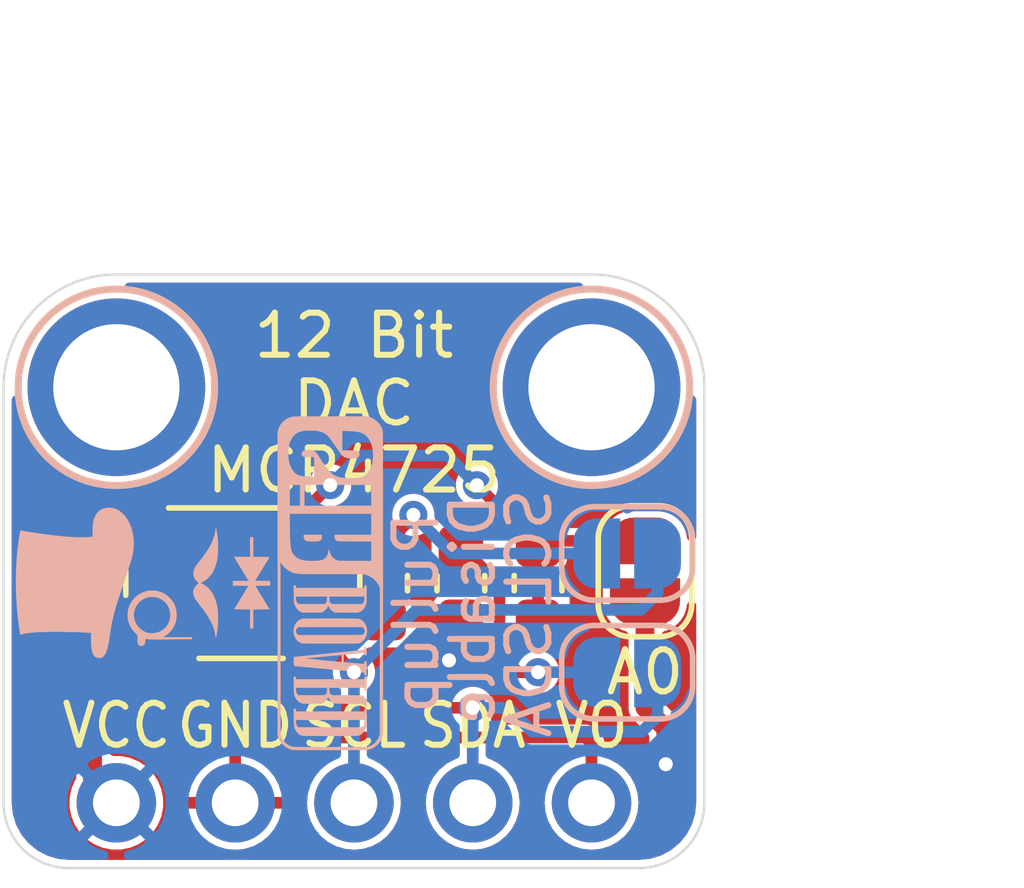
<source format=kicad_pcb>
(kicad_pcb (version 20171130) (host pcbnew "(5.1.2)-2")

  (general
    (thickness 1.6)
    (drawings 20)
    (tracks 64)
    (zones 0)
    (modules 13)
    (nets 9)
  )

  (page User 132.004 102.006)
  (title_block
    (title "MCP4725  Based 12-Bit 1-Channel I2C DAC")
    (date 2019-12-19)
    (rev 1)
    (company www.SirBoard.com)
    (comment 1 SirBoard)
    (comment 2 DigitalSensors)
    (comment 3 MCP4725)
  )

  (layers
    (0 F.Cu signal)
    (31 B.Cu signal)
    (32 B.Adhes user hide)
    (33 F.Adhes user hide)
    (34 B.Paste user)
    (35 F.Paste user hide)
    (36 B.SilkS user)
    (37 F.SilkS user hide)
    (38 B.Mask user hide)
    (39 F.Mask user hide)
    (40 Dwgs.User user)
    (41 Cmts.User user hide)
    (42 Eco1.User user hide)
    (43 Eco2.User user hide)
    (44 Edge.Cuts user)
    (45 Margin user hide)
    (46 B.CrtYd user hide)
    (47 F.CrtYd user hide)
    (48 B.Fab user hide)
    (49 F.Fab user hide)
  )

  (setup
    (last_trace_width 0.4)
    (user_trace_width 0.127)
    (user_trace_width 0.15)
    (user_trace_width 0.2)
    (user_trace_width 0.25)
    (user_trace_width 0.3)
    (user_trace_width 0.4)
    (user_trace_width 0.5)
    (user_trace_width 0.6)
    (user_trace_width 0.7)
    (user_trace_width 0.8)
    (user_trace_width 0.9)
    (user_trace_width 1)
    (trace_clearance 0.127)
    (zone_clearance 0.15)
    (zone_45_only no)
    (trace_min 0.127)
    (via_size 0.6)
    (via_drill 0.3)
    (via_min_size 0.6)
    (via_min_drill 0.3)
    (user_via 0.6 0.3)
    (user_via 0.8 0.4)
    (user_via 1 0.5)
    (user_via 3.5 2.5)
    (uvia_size 0.45)
    (uvia_drill 0.2)
    (uvias_allowed no)
    (uvia_min_size 0.45)
    (uvia_min_drill 0.1)
    (edge_width 0.05)
    (segment_width 0.2)
    (pcb_text_width 0.3)
    (pcb_text_size 1.5 1.5)
    (mod_edge_width 0.12)
    (mod_text_size 0.8 0.9)
    (mod_text_width 0.13)
    (pad_size 1.7 1.7)
    (pad_drill 1)
    (pad_to_mask_clearance 0)
    (solder_mask_min_width 0.1)
    (aux_axis_origin 0 0)
    (visible_elements 7FFFFFFF)
    (pcbplotparams
      (layerselection 0x010f0_ffffffff)
      (usegerberextensions false)
      (usegerberattributes false)
      (usegerberadvancedattributes false)
      (creategerberjobfile false)
      (excludeedgelayer true)
      (linewidth 0.100000)
      (plotframeref false)
      (viasonmask false)
      (mode 1)
      (useauxorigin true)
      (hpglpennumber 1)
      (hpglpenspeed 20)
      (hpglpendiameter 15.000000)
      (psnegative false)
      (psa4output false)
      (plotreference true)
      (plotvalue false)
      (plotinvisibletext false)
      (padsonsilk false)
      (subtractmaskfromsilk false)
      (outputformat 1)
      (mirror false)
      (drillshape 0)
      (scaleselection 1)
      (outputdirectory "C:/Users/elisha3/Desktop/GitHub/Gerbers/SirMicro/"))
  )

  (net 0 "")
  (net 1 GND)
  (net 2 "Net-(JP1-Pad1)")
  (net 3 SCL)
  (net 4 SDA)
  (net 5 VCC)
  (net 6 "Net-(JP2-Pad1)")
  (net 7 /A0)
  (net 8 VOUT)

  (net_class Default "This is the default net class."
    (clearance 0.127)
    (trace_width 0.127)
    (via_dia 0.6)
    (via_drill 0.3)
    (uvia_dia 0.45)
    (uvia_drill 0.2)
    (add_net /A0)
    (add_net GND)
    (add_net "Net-(JP1-Pad1)")
    (add_net "Net-(JP2-Pad1)")
    (add_net SCL)
    (add_net SDA)
    (add_net VCC)
    (add_net VOUT)
  )

  (module logo:logo54x76 (layer B.Cu) (tedit 0) (tstamp 5DFBEFBB)
    (at 58.9915 34.671 270)
    (fp_text reference G*** (at 0 0 90) (layer B.SilkS) hide
      (effects (font (size 1.524 1.524) (thickness 0.3)) (justify mirror))
    )
    (fp_text value LOGO (at 0.75 0 90) (layer B.SilkS) hide
      (effects (font (size 1.524 1.524) (thickness 0.3)) (justify mirror))
    )
    (fp_poly (pts (xy 0.252521 2.711196) (xy 0.49012 2.697494) (xy 0.724736 2.675821) (xy 0.953868 2.646201)
      (xy 0.9906 2.64061) (xy 1.033336 2.634024) (xy 1.06366 2.629087) (xy 1.083446 2.624901)
      (xy 1.09457 2.62057) (xy 1.098909 2.615195) (xy 1.098338 2.607879) (xy 1.094732 2.597724)
      (xy 1.092559 2.591818) (xy 1.080891 2.550355) (xy 1.07017 2.495015) (xy 1.060488 2.42641)
      (xy 1.051939 2.345154) (xy 1.048301 2.302291) (xy 1.044388 2.240273) (xy 1.041355 2.165772)
      (xy 1.039189 2.080789) (xy 1.037874 1.987326) (xy 1.037397 1.887388) (xy 1.037744 1.782975)
      (xy 1.038898 1.676091) (xy 1.040847 1.568737) (xy 1.043575 1.462918) (xy 1.047068 1.360634)
      (xy 1.051312 1.263889) (xy 1.056292 1.174685) (xy 1.056461 1.172029) (xy 1.06061 1.106715)
      (xy 1.191091 1.109122) (xy 1.281168 1.108808) (xy 1.358236 1.104218) (xy 1.423187 1.095243)
      (xy 1.476915 1.081777) (xy 1.505134 1.071056) (xy 1.545209 1.049462) (xy 1.572536 1.024535)
      (xy 1.588862 0.993659) (xy 1.595938 0.954216) (xy 1.596571 0.93421) (xy 1.595794 0.907476)
      (xy 1.59218 0.889356) (xy 1.5838 0.873981) (xy 1.571961 0.859233) (xy 1.547394 0.835186)
      (xy 1.516463 0.813654) (xy 1.478028 0.794276) (xy 1.430953 0.776691) (xy 1.374101 0.760538)
      (xy 1.306334 0.745455) (xy 1.226515 0.731083) (xy 1.133506 0.717059) (xy 1.116822 0.714755)
      (xy 0.972688 0.692936) (xy 0.83663 0.667637) (xy 0.702373 0.637543) (xy 0.563641 0.601342)
      (xy 0.529771 0.591823) (xy 0.505025 0.584431) (xy 0.468062 0.572906) (xy 0.42042 0.557751)
      (xy 0.363634 0.539472) (xy 0.299243 0.518571) (xy 0.228783 0.495553) (xy 0.153791 0.470922)
      (xy 0.075804 0.445182) (xy -0.003641 0.418838) (xy -0.083008 0.392392) (xy -0.160759 0.36635)
      (xy -0.235357 0.341215) (xy -0.266698 0.330603) (xy -0.339736 0.305961) (xy -0.401058 0.285625)
      (xy -0.452624 0.269037) (xy -0.496394 0.255639) (xy -0.534327 0.244872) (xy -0.568382 0.236178)
      (xy -0.600519 0.229) (xy -0.632698 0.222778) (xy -0.664029 0.217419) (xy -0.708712 0.211679)
      (xy -0.761132 0.207407) (xy -0.817021 0.20473) (xy -0.872115 0.203775) (xy -0.922147 0.204672)
      (xy -0.962851 0.207547) (xy -0.968829 0.208281) (xy -1.087596 0.229456) (xy -1.195257 0.259832)
      (xy -1.291998 0.299494) (xy -1.378006 0.348526) (xy -1.453468 0.407013) (xy -1.491018 0.443744)
      (xy -1.539967 0.502682) (xy -1.575408 0.561834) (xy -1.598228 0.623288) (xy -1.609312 0.689129)
      (xy -1.610731 0.725715) (xy -1.604705 0.798077) (xy -1.586651 0.862324) (xy -1.556605 0.918411)
      (xy -1.514604 0.966292) (xy -1.460684 1.005921) (xy -1.394883 1.037253) (xy -1.349777 1.052032)
      (xy -1.298785 1.063261) (xy -1.238559 1.071539) (xy -1.174157 1.076448) (xy -1.110638 1.077567)
      (xy -1.065557 1.075586) (xy -0.995371 1.070162) (xy -0.991204 1.090994) (xy -0.982829 1.148218)
      (xy -0.977783 1.218671) (xy -0.975994 1.301472) (xy -0.977393 1.395741) (xy -0.98191 1.500595)
      (xy -0.989474 1.615154) (xy -1.000014 1.738537) (xy -1.01346 1.869862) (xy -1.029742 2.008248)
      (xy -1.048789 2.152815) (xy -1.070531 2.30268) (xy -1.094897 2.456962) (xy -1.105405 2.519962)
      (xy -1.111996 2.559832) (xy -1.116057 2.587666) (xy -1.117707 2.605699) (xy -1.117064 2.616166)
      (xy -1.114247 2.621302) (xy -1.110872 2.622973) (xy -1.096781 2.626079) (xy -1.071008 2.630839)
      (xy -1.036229 2.636807) (xy -0.995125 2.643538) (xy -0.950373 2.650585) (xy -0.904652 2.657505)
      (xy -0.892629 2.659272) (xy -0.677652 2.685797) (xy -0.453146 2.704228) (xy -0.221614 2.714587)
      (xy 0.014443 2.716902) (xy 0.252521 2.711196)) (layer B.SilkS) (width 0.01))
    (fp_poly (pts (xy 0.726979 0.32675) (xy 0.779977 0.320861) (xy 0.800601 0.316685) (xy 0.872557 0.293181)
      (xy 0.942915 0.258598) (xy 1.007844 0.215229) (xy 1.063515 0.165367) (xy 1.07563 0.152049)
      (xy 1.106714 0.116279) (xy 1.199128 0.116197) (xy 1.237259 0.116062) (xy 1.263833 0.115376)
      (xy 1.281809 0.113598) (xy 1.294144 0.110185) (xy 1.303797 0.104597) (xy 1.313726 0.096292)
      (xy 1.315242 0.094939) (xy 1.329955 0.079776) (xy 1.336931 0.064712) (xy 1.338907 0.043132)
      (xy 1.338943 0.037643) (xy 1.334444 0.005765) (xy 1.320318 -0.01762) (xy 1.295618 -0.033167)
      (xy 1.259397 -0.041535) (xy 1.222077 -0.043502) (xy 1.18504 -0.043543) (xy 1.193701 -0.078014)
      (xy 1.195566 -0.089635) (xy 1.197102 -0.10886) (xy 1.198317 -0.136501) (xy 1.199219 -0.173369)
      (xy 1.199818 -0.220275) (xy 1.200121 -0.278031) (xy 1.200138 -0.347448) (xy 1.199877 -0.429338)
      (xy 1.199346 -0.524513) (xy 1.198972 -0.578757) (xy 1.195581 -1.045028) (xy 1.161297 -1.045028)
      (xy 1.159405 -0.731157) (xy 1.157514 -0.417285) (xy 1.134608 -0.4572) (xy 1.086988 -0.526327)
      (xy 1.030166 -0.585313) (xy 0.965655 -0.633806) (xy 0.894965 -0.671456) (xy 0.819608 -0.697913)
      (xy 0.741098 -0.712826) (xy 0.660945 -0.715843) (xy 0.580662 -0.706616) (xy 0.50176 -0.684793)
      (xy 0.425753 -0.650024) (xy 0.391885 -0.629393) (xy 0.372652 -0.614776) (xy 0.347439 -0.593014)
      (xy 0.320166 -0.56758) (xy 0.304257 -0.551809) (xy 0.250214 -0.486657) (xy 0.208349 -0.414077)
      (xy 0.179112 -0.335191) (xy 0.162951 -0.251118) (xy 0.160349 -0.203181) (xy 0.290156 -0.203181)
      (xy 0.297428 -0.270616) (xy 0.316743 -0.33712) (xy 0.348598 -0.401213) (xy 0.388438 -0.455657)
      (xy 0.438736 -0.503241) (xy 0.497851 -0.540834) (xy 0.563386 -0.56766) (xy 0.632945 -0.582943)
      (xy 0.70413 -0.585905) (xy 0.765628 -0.577833) (xy 0.836897 -0.555147) (xy 0.901289 -0.520151)
      (xy 0.957695 -0.473852) (xy 1.005005 -0.417259) (xy 1.042113 -0.351379) (xy 1.057458 -0.312476)
      (xy 1.068116 -0.267913) (xy 1.073556 -0.215702) (xy 1.073649 -0.161694) (xy 1.068265 -0.111742)
      (xy 1.062479 -0.086588) (xy 1.034911 -0.017647) (xy 0.995507 0.044268) (xy 0.945783 0.097759)
      (xy 0.887254 0.141431) (xy 0.821434 0.173887) (xy 0.760491 0.191696) (xy 0.720963 0.199)
      (xy 0.689434 0.202212) (xy 0.659987 0.201355) (xy 0.626703 0.196455) (xy 0.605971 0.19233)
      (xy 0.534769 0.170693) (xy 0.471638 0.138155) (xy 0.417075 0.096194) (xy 0.371576 0.046289)
      (xy 0.335638 -0.01008) (xy 0.309758 -0.071434) (xy 0.294432 -0.136294) (xy 0.290156 -0.203181)
      (xy 0.160349 -0.203181) (xy 0.159657 -0.190434) (xy 0.166668 -0.107332) (xy 0.186994 -0.027565)
      (xy 0.219575 0.047539) (xy 0.263352 0.116651) (xy 0.317265 0.178443) (xy 0.380254 0.231586)
      (xy 0.451259 0.274752) (xy 0.529221 0.306612) (xy 0.563924 0.316336) (xy 0.612783 0.324478)
      (xy 0.669191 0.327953) (xy 0.726979 0.32675)) (layer B.SilkS) (width 0.01))
    (fp_poly (pts (xy 0.237999 -1.079864) (xy 0.270846 -1.088698) (xy 0.291719 -1.096279) (xy 0.314155 -1.10698)
      (xy 0.339692 -1.121829) (xy 0.369865 -1.141854) (xy 0.406212 -1.168082) (xy 0.45027 -1.201542)
      (xy 0.503575 -1.243262) (xy 0.512679 -1.250468) (xy 0.624727 -1.334106) (xy 0.732729 -1.404284)
      (xy 0.836564 -1.460939) (xy 0.936109 -1.50401) (xy 1.031242 -1.533435) (xy 1.102446 -1.546892)
      (xy 1.12931 -1.550693) (xy 1.146855 -1.554024) (xy 1.154333 -1.55723) (xy 1.150999 -1.560655)
      (xy 1.136105 -1.564643) (xy 1.108904 -1.569538) (xy 1.06865 -1.575682) (xy 1.026885 -1.581681)
      (xy 0.920784 -1.593768) (xy 0.814316 -1.600277) (xy 0.710517 -1.601227) (xy 0.612418 -1.596633)
      (xy 0.523053 -1.586513) (xy 0.478817 -1.578617) (xy 0.377715 -1.552208) (xy 0.286614 -1.516907)
      (xy 0.206017 -1.473048) (xy 0.136426 -1.420964) (xy 0.07834 -1.36099) (xy 0.032263 -1.293458)
      (xy 0.022468 -1.275015) (xy -0.00429 -1.221751) (xy -0.024009 -1.262204) (xy -0.067713 -1.335591)
      (xy -0.122995 -1.400326) (xy -0.18971 -1.456313) (xy -0.267712 -1.503456) (xy -0.356855 -1.54166)
      (xy -0.456993 -1.570827) (xy -0.508806 -1.581568) (xy -0.560885 -1.58908) (xy -0.623357 -1.594878)
      (xy -0.692182 -1.598813) (xy -0.763324 -1.600736) (xy -0.832745 -1.600495) (xy -0.896406 -1.59794)
      (xy -0.9144 -1.59665) (xy -0.94123 -1.594012) (xy -0.975123 -1.589981) (xy -1.013357 -1.584963)
      (xy -1.053209 -1.579361) (xy -1.091955 -1.573581) (xy -1.126871 -1.568028) (xy -1.155235 -1.563107)
      (xy -1.174322 -1.559222) (xy -1.181288 -1.556977) (xy -1.17575 -1.55535) (xy -1.159303 -1.552907)
      (xy -1.135492 -1.550174) (xy -1.135177 -1.550142) (xy -1.055402 -1.537396) (xy -0.974076 -1.5151)
      (xy -0.890289 -1.482789) (xy -0.80313 -1.44) (xy -0.711689 -1.386266) (xy -0.615055 -1.321126)
      (xy -0.512319 -1.244113) (xy -0.471715 -1.211821) (xy -0.425095 -1.174862) (xy -0.386893 -1.146284)
      (xy -0.354832 -1.124656) (xy -0.326635 -1.108545) (xy -0.300025 -1.096521) (xy -0.274137 -1.087577)
      (xy -0.217324 -1.077138) (xy -0.163201 -1.080869) (xy -0.112479 -1.098562) (xy -0.065866 -1.130008)
      (xy -0.039095 -1.1566) (xy -0.005677 -1.194504) (xy 0.03889 -1.149974) (xy 0.071628 -1.120363)
      (xy 0.101936 -1.100303) (xy 0.125458 -1.08975) (xy 0.164107 -1.078214) (xy 0.199796 -1.074932)
      (xy 0.237999 -1.079864)) (layer B.SilkS) (width 0.01))
    (fp_poly (pts (xy 0.0508 -2.090662) (xy 0.051037 -2.138054) (xy 0.051705 -2.180038) (xy 0.052732 -2.214632)
      (xy 0.054049 -2.239852) (xy 0.055588 -2.253714) (xy 0.056574 -2.255762) (xy 0.064285 -2.251399)
      (xy 0.0824 -2.240651) (xy 0.108943 -2.224708) (xy 0.141935 -2.204757) (xy 0.1794 -2.181987)
      (xy 0.185389 -2.178337) (xy 0.235068 -2.148053) (xy 0.291732 -2.113508) (xy 0.349975 -2.078001)
      (xy 0.404388 -2.044828) (xy 0.4318 -2.028116) (xy 0.555171 -1.952899) (xy 0.557117 -2.123078)
      (xy 0.559062 -2.293257) (xy 0.9652 -2.293257) (xy 0.9652 -2.351314) (xy 0.559058 -2.351314)
      (xy 0.557114 -2.524705) (xy 0.555171 -2.698095) (xy 0.43476 -2.62449) (xy 0.387035 -2.595314)
      (xy 0.33198 -2.561654) (xy 0.274651 -2.526599) (xy 0.220099 -2.49324) (xy 0.186793 -2.472871)
      (xy 0.148273 -2.449432) (xy 0.11401 -2.42881) (xy 0.085904 -2.412132) (xy 0.065858 -2.400524)
      (xy 0.055774 -2.395111) (xy 0.055018 -2.394857) (xy 0.053793 -2.401769) (xy 0.052707 -2.421123)
      (xy 0.051816 -2.450849) (xy 0.051175 -2.488874) (xy 0.050838 -2.533128) (xy 0.0508 -2.554514)
      (xy 0.0508 -2.714171) (xy -0.043271 -2.714171) (xy -0.045221 -2.550982) (xy -0.047172 -2.387793)
      (xy -0.120591 -2.43372) (xy -0.150198 -2.452124) (xy -0.175892 -2.46788) (xy -0.194842 -2.479265)
      (xy -0.204048 -2.484479) (xy -0.212676 -2.489427) (xy -0.231961 -2.500954) (xy -0.260204 -2.518028)
      (xy -0.295703 -2.539617) (xy -0.336759 -2.56469) (xy -0.381669 -2.592215) (xy -0.384629 -2.594032)
      (xy -0.555172 -2.698753) (xy -0.557115 -2.525034) (xy -0.559058 -2.351314) (xy -0.979715 -2.351314)
      (xy -0.979715 -2.293257) (xy -0.5588 -2.293257) (xy -0.5588 -2.122714) (xy -0.558681 -2.074701)
      (xy -0.558345 -2.031919) (xy -0.557827 -1.99637) (xy -0.557162 -1.970059) (xy -0.556385 -1.95499)
      (xy -0.555851 -1.952171) (xy -0.548939 -1.955759) (xy -0.531999 -1.965608) (xy -0.507349 -1.980341)
      (xy -0.477304 -1.998585) (xy -0.466951 -2.004927) (xy -0.428813 -2.028295) (xy -0.383214 -2.056172)
      (xy -0.335105 -2.085536) (xy -0.289431 -2.113364) (xy -0.275772 -2.121674) (xy -0.234716 -2.146673)
      (xy -0.192212 -2.17261) (xy -0.152271 -2.197031) (xy -0.118908 -2.217485) (xy -0.107043 -2.224782)
      (xy -0.043543 -2.263897) (xy -0.043543 -1.923143) (xy 0.0508 -1.923143) (xy 0.0508 -2.090662)) (layer B.SilkS) (width 0.01))
  )

  (module logo:SirBoard71X22 (layer B.Cu) (tedit 0) (tstamp 5DFBF049)
    (at 62.992 34.671 270)
    (fp_text reference G*** (at 0 0 90) (layer B.SilkS) hide
      (effects (font (size 1.524 1.524) (thickness 0.3)) (justify mirror))
    )
    (fp_text value LOGO (at 0.75 0 90) (layer B.SilkS) hide
      (effects (font (size 1.524 1.524) (thickness 0.3)) (justify mirror))
    )
    (fp_poly (pts (xy -0.970812 0.56019) (xy -0.94283 0.550542) (xy -0.921444 0.534536) (xy -0.906752 0.51223)
      (xy -0.902591 0.500966) (xy -0.900427 0.488816) (xy -0.898654 0.469175) (xy -0.897286 0.443783)
      (xy -0.896337 0.414378) (xy -0.895821 0.382698) (xy -0.895751 0.350482) (xy -0.896142 0.319469)
      (xy -0.897007 0.291397) (xy -0.898359 0.268004) (xy -0.900214 0.25103) (xy -0.900589 0.248858)
      (xy -0.908058 0.223866) (xy -0.920423 0.205214) (xy -0.93858 0.19225) (xy -0.963425 0.184323)
      (xy -0.994064 0.180865) (xy -1.029854 0.179131) (xy -1.029854 0.563418) (xy -1.005293 0.563418)
      (xy -0.970812 0.56019)) (layer B.SilkS) (width 0.01))
    (fp_poly (pts (xy 2.871355 0.774578) (xy 2.919107 0.7739) (xy 2.958559 0.773185) (xy 2.990647 0.772388)
      (xy 3.016305 0.771464) (xy 3.036471 0.770369) (xy 3.052079 0.769059) (xy 3.064066 0.767487)
      (xy 3.073367 0.765609) (xy 3.076525 0.764769) (xy 3.122918 0.747565) (xy 3.164389 0.724241)
      (xy 3.200059 0.695557) (xy 3.229052 0.662278) (xy 3.25049 0.625166) (xy 3.257369 0.607623)
      (xy 3.258498 0.603707) (xy 3.259512 0.598673) (xy 3.260416 0.592034) (xy 3.261217 0.583305)
      (xy 3.261922 0.571998) (xy 3.262536 0.557628) (xy 3.263065 0.539709) (xy 3.263516 0.517753)
      (xy 3.263894 0.491275) (xy 3.264206 0.459788) (xy 3.264458 0.422805) (xy 3.264656 0.379842)
      (xy 3.264806 0.33041) (xy 3.264915 0.274024) (xy 3.264988 0.210198) (xy 3.265031 0.138444)
      (xy 3.265051 0.058277) (xy 3.265055 -0.002408) (xy 3.265051 -0.088186) (xy 3.265036 -0.16522)
      (xy 3.265001 -0.234007) (xy 3.264941 -0.29504) (xy 3.264846 -0.348814) (xy 3.264711 -0.395821)
      (xy 3.264529 -0.436557) (xy 3.264291 -0.471516) (xy 3.26399 -0.501192) (xy 3.26362 -0.526079)
      (xy 3.263173 -0.546671) (xy 3.262643 -0.563462) (xy 3.26202 -0.576947) (xy 3.2613 -0.58762)
      (xy 3.260474 -0.595974) (xy 3.259534 -0.602505) (xy 3.258475 -0.607705) (xy 3.257288 -0.61207)
      (xy 3.256094 -0.615726) (xy 3.238828 -0.65227) (xy 3.213703 -0.686036) (xy 3.181931 -0.715989)
      (xy 3.144722 -0.741098) (xy 3.103286 -0.76033) (xy 3.076762 -0.768654) (xy 3.067908 -0.770567)
      (xy 3.056931 -0.772123) (xy 3.042876 -0.773356) (xy 3.024787 -0.774299) (xy 3.00171 -0.774986)
      (xy 2.972689 -0.77545) (xy 2.936769 -0.775725) (xy 2.892994 -0.775843) (xy 2.870688 -0.775854)
      (xy 2.6924 -0.775854) (xy 2.6924 -0.735044) (xy 2.923309 -0.735044) (xy 2.980624 -0.733513)
      (xy 3.004636 -0.732783) (xy 3.021402 -0.731828) (xy 3.032914 -0.730236) (xy 3.041161 -0.727592)
      (xy 3.048133 -0.723483) (xy 3.055184 -0.718011) (xy 3.067883 -0.705714) (xy 3.078656 -0.691965)
      (xy 3.081038 -0.687993) (xy 3.082215 -0.685548) (xy 3.083279 -0.68252) (xy 3.084233 -0.678455)
      (xy 3.085083 -0.672903) (xy 3.085834 -0.665413) (xy 3.08649 -0.655532) (xy 3.087057 -0.642809)
      (xy 3.087539 -0.626794) (xy 3.087941 -0.607034) (xy 3.088269 -0.583077) (xy 3.088526 -0.554473)
      (xy 3.088717 -0.52077) (xy 3.088848 -0.481517) (xy 3.088924 -0.436261) (xy 3.088948 -0.384552)
      (xy 3.088927 -0.325937) (xy 3.088865 -0.259966) (xy 3.088766 -0.186188) (xy 3.088636 -0.104149)
      (xy 3.088479 -0.0134) (xy 3.088452 0.002309) (xy 3.087255 0.676564) (xy 3.074184 0.69365)
      (xy 3.059072 0.709439) (xy 3.040569 0.720746) (xy 3.017066 0.728191) (xy 2.986953 0.732392)
      (xy 2.971013 0.73338) (xy 2.923309 0.735502) (xy 2.923309 -0.735044) (xy 2.6924 -0.735044)
      (xy 2.6924 -0.734291) (xy 2.747818 -0.734291) (xy 2.747818 0.734291) (xy 2.6924 0.734291)
      (xy 2.6924 0.77689) (xy 2.871355 0.774578)) (layer B.SilkS) (width 0.01))
    (fp_poly (pts (xy 2.183246 0.774578) (xy 2.230998 0.7739) (xy 2.27045 0.773185) (xy 2.302538 0.772388)
      (xy 2.328196 0.771464) (xy 2.348362 0.770369) (xy 2.36397 0.769059) (xy 2.375957 0.767487)
      (xy 2.385258 0.765609) (xy 2.388416 0.764769) (xy 2.434877 0.747547) (xy 2.476359 0.724219)
      (xy 2.512003 0.695534) (xy 2.540952 0.662243) (xy 2.562345 0.625094) (xy 2.569532 0.606558)
      (xy 2.571462 0.599919) (xy 2.573036 0.592205) (xy 2.57428 0.582503) (xy 2.575222 0.569902)
      (xy 2.575887 0.553492) (xy 2.576303 0.53236) (xy 2.576496 0.505595) (xy 2.576493 0.472287)
      (xy 2.57632 0.431522) (xy 2.576022 0.384885) (xy 2.574636 0.187037) (xy 2.559658 0.156422)
      (xy 2.541473 0.127516) (xy 2.516652 0.099769) (xy 2.487706 0.075613) (xy 2.457871 0.057823)
      (xy 2.443553 0.050598) (xy 2.433266 0.044596) (xy 2.429168 0.04108) (xy 2.429164 0.041019)
      (xy 2.433031 0.037476) (xy 2.442394 0.03324) (xy 2.442964 0.033038) (xy 2.465276 0.022355)
      (xy 2.489719 0.005931) (xy 2.513623 -0.014087) (xy 2.534319 -0.035549) (xy 2.544268 -0.048491)
      (xy 2.550199 -0.057076) (xy 2.555302 -0.064684) (xy 2.559645 -0.072048) (xy 2.563295 -0.079901)
      (xy 2.56632 -0.088974) (xy 2.568787 -0.100001) (xy 2.570763 -0.113714) (xy 2.572315 -0.130845)
      (xy 2.573511 -0.152128) (xy 2.574418 -0.178295) (xy 2.575103 -0.210079) (xy 2.575635 -0.248211)
      (xy 2.576079 -0.293426) (xy 2.576504 -0.346454) (xy 2.576946 -0.404091) (xy 2.577427 -0.464977)
      (xy 2.57788 -0.517311) (xy 2.578354 -0.561779) (xy 2.578896 -0.599066) (xy 2.579554 -0.629855)
      (xy 2.580376 -0.654833) (xy 2.581411 -0.674683) (xy 2.582705 -0.69009) (xy 2.584307 -0.701739)
      (xy 2.586264 -0.710315) (xy 2.588626 -0.716503) (xy 2.591439 -0.720987) (xy 2.594751 -0.724452)
      (xy 2.598611 -0.727584) (xy 2.599636 -0.728371) (xy 2.609741 -0.732716) (xy 2.619664 -0.734144)
      (xy 2.627426 -0.734936) (xy 2.631142 -0.738736) (xy 2.63229 -0.748032) (xy 2.632364 -0.755505)
      (xy 2.632364 -0.77672) (xy 2.566555 -0.774823) (xy 2.538745 -0.773812) (xy 2.51824 -0.772457)
      (xy 2.503108 -0.770496) (xy 2.491417 -0.76767) (xy 2.481236 -0.763716) (xy 2.479964 -0.763125)
      (xy 2.453535 -0.746474) (xy 2.433093 -0.723986) (xy 2.418283 -0.695065) (xy 2.408752 -0.659116)
      (xy 2.40585 -0.638263) (xy 2.405079 -0.626315) (xy 2.40435 -0.60609) (xy 2.403677 -0.578548)
      (xy 2.403073 -0.544648) (xy 2.40255 -0.505349) (xy 2.402122 -0.461612) (xy 2.401801 -0.414395)
      (xy 2.401602 -0.364659) (xy 2.401537 -0.320713) (xy 2.401455 -0.043372) (xy 2.388124 -0.022351)
      (xy 2.374855 -0.005496) (xy 2.358584 0.006746) (xy 2.337742 0.015041) (xy 2.310759 0.020053)
      (xy 2.282904 0.02218) (xy 2.2352 0.024302) (xy 2.2352 -0.734291) (xy 2.290618 -0.734291)
      (xy 2.290618 -0.775854) (xy 2.004291 -0.775854) (xy 2.004291 -0.734291) (xy 2.059709 -0.734291)
      (xy 2.059709 0.063902) (xy 2.2352 0.063902) (xy 2.292515 0.065433) (xy 2.316526 0.066163)
      (xy 2.333293 0.067117) (xy 2.344805 0.068709) (xy 2.353052 0.071353) (xy 2.360024 0.075462)
      (xy 2.367075 0.080934) (xy 2.374066 0.086483) (xy 2.380048 0.091427) (xy 2.385096 0.096493)
      (xy 2.389286 0.102405) (xy 2.392692 0.10989) (xy 2.39539 0.119675) (xy 2.397456 0.132485)
      (xy 2.398965 0.149046) (xy 2.399991 0.170084) (xy 2.400611 0.196325) (xy 2.4009 0.228495)
      (xy 2.400933 0.267321) (xy 2.400786 0.313527) (xy 2.400534 0.36784) (xy 2.400376 0.401782)
      (xy 2.399146 0.676564) (xy 2.386075 0.69365) (xy 2.370963 0.709439) (xy 2.35246 0.720746)
      (xy 2.328957 0.728191) (xy 2.298844 0.732392) (xy 2.282904 0.73338) (xy 2.2352 0.735502)
      (xy 2.2352 0.063902) (xy 2.059709 0.063902) (xy 2.059709 0.734291) (xy 2.004291 0.734291)
      (xy 2.004291 0.77689) (xy 2.183246 0.774578)) (layer B.SilkS) (width 0.01))
    (fp_poly (pts (xy 1.640508 0.776313) (xy 1.665016 0.776058) (xy 1.690268 0.775599) (xy 1.714579 0.774967)
      (xy 1.736267 0.774192) (xy 1.753645 0.773304) (xy 1.76503 0.772334) (xy 1.768764 0.771388)
      (xy 1.769193 0.76607) (xy 1.770444 0.752153) (xy 1.77246 0.730232) (xy 1.775184 0.700904)
      (xy 1.778559 0.664763) (xy 1.78253 0.622406) (xy 1.78704 0.574428) (xy 1.792032 0.521424)
      (xy 1.797449 0.463991) (xy 1.803235 0.402723) (xy 1.809334 0.338216) (xy 1.815689 0.271066)
      (xy 1.822243 0.201869) (xy 1.828941 0.13122) (xy 1.835724 0.059714) (xy 1.842538 -0.012053)
      (xy 1.849324 -0.083485) (xy 1.856028 -0.153986) (xy 1.862591 -0.222962) (xy 1.868958 -0.289816)
      (xy 1.875073 -0.353953) (xy 1.880878 -0.414778) (xy 1.886317 -0.471694) (xy 1.891334 -0.524106)
      (xy 1.895871 -0.57142) (xy 1.899873 -0.613038) (xy 1.903283 -0.648365) (xy 1.906044 -0.676807)
      (xy 1.908101 -0.697766) (xy 1.909395 -0.710649) (xy 1.909833 -0.714663) (xy 1.912493 -0.734291)
      (xy 1.962727 -0.734291) (xy 1.962727 -0.775854) (xy 1.6764 -0.775854) (xy 1.6764 -0.734291)
      (xy 1.704109 -0.734291) (xy 1.719448 -0.734099) (xy 1.727726 -0.73282) (xy 1.731123 -0.729399)
      (xy 1.731813 -0.722781) (xy 1.731818 -0.720858) (xy 1.731405 -0.713527) (xy 1.730225 -0.698013)
      (xy 1.728363 -0.67533) (xy 1.725908 -0.646491) (xy 1.722947 -0.612511) (xy 1.719565 -0.574403)
      (xy 1.715851 -0.533181) (xy 1.713346 -0.505691) (xy 1.709474 -0.463219) (xy 1.705879 -0.42339)
      (xy 1.702644 -0.387188) (xy 1.699858 -0.355597) (xy 1.697607 -0.329602) (xy 1.695976 -0.310187)
      (xy 1.695053 -0.298337) (xy 1.694873 -0.295142) (xy 1.694391 -0.292005) (xy 1.692111 -0.289715)
      (xy 1.686782 -0.28814) (xy 1.677155 -0.287146) (xy 1.661978 -0.286601) (xy 1.640002 -0.286372)
      (xy 1.611746 -0.286327) (xy 1.585191 -0.286477) (xy 1.562146 -0.286895) (xy 1.544068 -0.287531)
      (xy 1.532414 -0.288333) (xy 1.528618 -0.289186) (xy 1.528177 -0.294228) (xy 1.526913 -0.307535)
      (xy 1.524916 -0.328178) (xy 1.522279 -0.355231) (xy 1.519091 -0.387766) (xy 1.515442 -0.424856)
      (xy 1.511424 -0.465573) (xy 1.507836 -0.501833) (xy 1.50356 -0.545247) (xy 1.49958 -0.586119)
      (xy 1.495989 -0.623472) (xy 1.492877 -0.656329) (xy 1.490338 -0.683712) (xy 1.488463 -0.704645)
      (xy 1.487344 -0.718149) (xy 1.487055 -0.722957) (xy 1.487743 -0.72945) (xy 1.491312 -0.732832)
      (xy 1.50002 -0.734108) (xy 1.512455 -0.734291) (xy 1.537855 -0.734291) (xy 1.537855 -0.775854)
      (xy 1.3716 -0.775854) (xy 1.3716 -0.734731) (xy 1.400295 -0.733356) (xy 1.428989 -0.731982)
      (xy 1.47924 -0.2413) (xy 1.533107 -0.2413) (xy 1.533853 -0.244247) (xy 1.536829 -0.24638)
      (xy 1.543305 -0.247829) (xy 1.554553 -0.248723) (xy 1.57184 -0.249192) (xy 1.59644 -0.249365)
      (xy 1.612381 -0.249382) (xy 1.691526 -0.249382) (xy 1.688846 -0.225136) (xy 1.687878 -0.215404)
      (xy 1.686215 -0.197567) (xy 1.683953 -0.17272) (xy 1.681192 -0.14196) (xy 1.678029 -0.106384)
      (xy 1.674563 -0.067088) (xy 1.670892 -0.025169) (xy 1.668901 -0.002309) (xy 1.6652 0.039546)
      (xy 1.661634 0.078506) (xy 1.658301 0.113617) (xy 1.655296 0.143927) (xy 1.652714 0.168483)
      (xy 1.650653 0.186334) (xy 1.649207 0.196526) (xy 1.648661 0.198582) (xy 1.647622 0.203541)
      (xy 1.645921 0.216707) (xy 1.64366 0.23708) (xy 1.64094 0.263662) (xy 1.637861 0.295454)
      (xy 1.634526 0.331459) (xy 1.631036 0.370677) (xy 1.63004 0.382155) (xy 1.626537 0.421985)
      (xy 1.623177 0.458788) (xy 1.620059 0.491582) (xy 1.61728 0.519385) (xy 1.614941 0.541216)
      (xy 1.61314 0.556091) (xy 1.611977 0.563031) (xy 1.611771 0.563418) (xy 1.611041 0.558955)
      (xy 1.609518 0.546098) (xy 1.607279 0.525651) (xy 1.604405 0.498416) (xy 1.600972 0.465195)
      (xy 1.59706 0.42679) (xy 1.592747 0.384005) (xy 1.588111 0.337641) (xy 1.583231 0.2885)
      (xy 1.578185 0.237386) (xy 1.573052 0.185099) (xy 1.567909 0.132444) (xy 1.562837 0.080221)
      (xy 1.557912 0.029234) (xy 1.553214 -0.019716) (xy 1.54882 -0.065825) (xy 1.54481 -0.108292)
      (xy 1.541261 -0.146315) (xy 1.538252 -0.17909) (xy 1.535862 -0.205816) (xy 1.534169 -0.225691)
      (xy 1.533252 -0.237911) (xy 1.533107 -0.2413) (xy 1.47924 -0.2413) (xy 1.50608 0.020782)
      (xy 1.514524 0.103214) (xy 1.522714 0.183137) (xy 1.530602 0.260067) (xy 1.538137 0.333525)
      (xy 1.54527 0.403029) (xy 1.551952 0.468096) (xy 1.558132 0.528246) (xy 1.563763 0.582997)
      (xy 1.568793 0.631868) (xy 1.573174 0.674377) (xy 1.576855 0.710042) (xy 1.579788 0.738382)
      (xy 1.581924 0.758916) (xy 1.583211 0.771163) (xy 1.583604 0.7747) (xy 1.588292 0.775559)
      (xy 1.600462 0.776094) (xy 1.618429 0.776336) (xy 1.640508 0.776313)) (layer B.SilkS) (width 0.01))
    (fp_poly (pts (xy 0.229755 0.774578) (xy 0.276086 0.773958) (xy 0.314208 0.773337) (xy 0.345145 0.772658)
      (xy 0.369924 0.771868) (xy 0.38957 0.770911) (xy 0.405109 0.769731) (xy 0.417568 0.768274)
      (xy 0.427972 0.766484) (xy 0.437348 0.764306) (xy 0.441503 0.763185) (xy 0.487424 0.746251)
      (xy 0.5287 0.722707) (xy 0.564276 0.693369) (xy 0.593098 0.659054) (xy 0.607651 0.634583)
      (xy 0.625764 0.598891) (xy 0.625764 0.187037) (xy 0.610785 0.156422) (xy 0.5926 0.127516)
      (xy 0.567779 0.099769) (xy 0.538833 0.075613) (xy 0.508998 0.057823) (xy 0.4947 0.0507)
      (xy 0.48443 0.044948) (xy 0.480335 0.041775) (xy 0.48033 0.041722) (xy 0.484126 0.038542)
      (xy 0.494125 0.03239) (xy 0.508304 0.024499) (xy 0.51095 0.023091) (xy 0.545737 0.000626)
      (xy 0.576188 -0.027103) (xy 0.600403 -0.058194) (xy 0.610765 -0.076857) (xy 0.625764 -0.108527)
      (xy 0.627078 -0.348155) (xy 0.627348 -0.402164) (xy 0.627505 -0.447745) (xy 0.627528 -0.485704)
      (xy 0.627398 -0.516849) (xy 0.627097 -0.541986) (xy 0.626604 -0.561923) (xy 0.625899 -0.577468)
      (xy 0.624965 -0.589426) (xy 0.62378 -0.598606) (xy 0.622326 -0.605814) (xy 0.620736 -0.611392)
      (xy 0.603838 -0.64899) (xy 0.579034 -0.683557) (xy 0.547414 -0.714147) (xy 0.51007 -0.739816)
      (xy 0.468093 -0.759619) (xy 0.438794 -0.76891) (xy 0.43001 -0.770757) (xy 0.418703 -0.772263)
      (xy 0.40395 -0.773458) (xy 0.384832 -0.774373) (xy 0.360428 -0.775039) (xy 0.329817 -0.775486)
      (xy 0.292078 -0.775746) (xy 0.246291 -0.775849) (xy 0.231397 -0.775854) (xy 0.0508 -0.775854)
      (xy 0.0508 -0.734291) (xy 0.106218 -0.734291) (xy 0.281709 -0.734291) (xy 0.33336 -0.734291)
      (xy 0.357992 -0.733986) (xy 0.375738 -0.732867) (xy 0.388933 -0.730622) (xy 0.399916 -0.726939)
      (xy 0.404571 -0.724822) (xy 0.420113 -0.714797) (xy 0.43436 -0.701689) (xy 0.437202 -0.698267)
      (xy 0.450273 -0.681182) (xy 0.450273 -0.03858) (xy 0.437877 -0.019849) (xy 0.424586 -0.003913)
      (xy 0.407931 0.007702) (xy 0.38642 0.015585) (xy 0.358562 0.020328) (xy 0.331612 0.022222)
      (xy 0.281709 0.024278) (xy 0.281709 -0.734291) (xy 0.106218 -0.734291) (xy 0.106218 0.064655)
      (xy 0.281709 0.064655) (xy 0.33336 0.064655) (xy 0.357992 0.064959) (xy 0.375738 0.066078)
      (xy 0.388933 0.068324) (xy 0.399916 0.072006) (xy 0.404571 0.074124) (xy 0.420113 0.084148)
      (xy 0.43436 0.097257) (xy 0.437202 0.100678) (xy 0.450273 0.117764) (xy 0.450273 0.67262)
      (xy 0.437877 0.691351) (xy 0.424586 0.707287) (xy 0.407931 0.718902) (xy 0.38642 0.726785)
      (xy 0.358562 0.731528) (xy 0.331612 0.733422) (xy 0.281709 0.735478) (xy 0.281709 0.064655)
      (xy 0.106218 0.064655) (xy 0.106218 0.734291) (xy 0.0508 0.734291) (xy 0.0508 0.776825)
      (xy 0.229755 0.774578)) (layer B.SilkS) (width 0.01))
    (fp_poly (pts (xy 1.053023 0.779784) (xy 1.087657 0.775572) (xy 1.104691 0.771626) (xy 1.148555 0.755198)
      (xy 1.188412 0.732585) (xy 1.223129 0.704767) (xy 1.251575 0.672722) (xy 1.272619 0.63743)
      (xy 1.279512 0.620345) (xy 1.280811 0.616341) (xy 1.281978 0.611953) (xy 1.28302 0.606688)
      (xy 1.283944 0.600058) (xy 1.284758 0.591572) (xy 1.285468 0.580742) (xy 1.286082 0.567075)
      (xy 1.286605 0.550084) (xy 1.287047 0.529277) (xy 1.287413 0.504165) (xy 1.28771 0.474258)
      (xy 1.287946 0.439065) (xy 1.288128 0.398098) (xy 1.288262 0.350866) (xy 1.288357 0.296879)
      (xy 1.288418 0.235648) (xy 1.288453 0.166681) (xy 1.288469 0.08949) (xy 1.288473 0.003584)
      (xy 1.288473 -0.002309) (xy 1.288469 -0.088797) (xy 1.288454 -0.16654) (xy 1.288421 -0.236026)
      (xy 1.288362 -0.297745) (xy 1.28827 -0.352187) (xy 1.288138 -0.399843) (xy 1.287959 -0.441203)
      (xy 1.287727 -0.476755) (xy 1.287434 -0.506991) (xy 1.287073 -0.532399) (xy 1.286637 -0.553471)
      (xy 1.286118 -0.570695) (xy 1.285511 -0.584563) (xy 1.284807 -0.595563) (xy 1.284001 -0.604186)
      (xy 1.283084 -0.610922) (xy 1.282049 -0.61626) (xy 1.280891 -0.620691) (xy 1.279601 -0.624704)
      (xy 1.279512 -0.624962) (xy 1.262246 -0.661507) (xy 1.237122 -0.695272) (xy 1.205349 -0.725225)
      (xy 1.16814 -0.750334) (xy 1.126705 -0.769566) (xy 1.100181 -0.77789) (xy 1.075239 -0.782292)
      (xy 1.044961 -0.784535) (xy 1.01257 -0.784654) (xy 0.981288 -0.782685) (xy 0.954339 -0.778663)
      (xy 0.944418 -0.776174) (xy 0.899524 -0.759407) (xy 0.860951 -0.737352) (xy 0.82675 -0.708825)
      (xy 0.817271 -0.699067) (xy 0.796886 -0.674976) (xy 0.782132 -0.651715) (xy 0.770671 -0.62545)
      (xy 0.768341 -0.618836) (xy 0.767081 -0.614838) (xy 0.765949 -0.61031) (xy 0.764939 -0.604761)
      (xy 0.764043 -0.597698) (xy 0.763256 -0.588631) (xy 0.762569 -0.577068) (xy 0.761976 -0.562516)
      (xy 0.761471 -0.544486) (xy 0.761046 -0.522485) (xy 0.760694 -0.496022) (xy 0.760408 -0.464606)
      (xy 0.760183 -0.427744) (xy 0.76001 -0.384946) (xy 0.759882 -0.335719) (xy 0.759794 -0.279573)
      (xy 0.759737 -0.216016) (xy 0.759724 -0.185978) (xy 0.933714 -0.185978) (xy 0.93372 -0.272731)
      (xy 0.933808 -0.351229) (xy 0.933978 -0.421364) (xy 0.934228 -0.483025) (xy 0.934559 -0.536103)
      (xy 0.934969 -0.58049) (xy 0.935459 -0.616076) (xy 0.936027 -0.642751) (xy 0.936673 -0.660406)
      (xy 0.937382 -0.66885) (xy 0.942237 -0.686345) (xy 0.949362 -0.702579) (xy 0.953409 -0.708979)
      (xy 0.972711 -0.727138) (xy 0.99651 -0.738553) (xy 1.022674 -0.742912) (xy 1.049068 -0.739901)
      (xy 1.073562 -0.729209) (xy 1.076737 -0.727067) (xy 1.090128 -0.715498) (xy 1.101377 -0.702297)
      (xy 1.104422 -0.697417) (xy 1.105591 -0.694948) (xy 1.106649 -0.691852) (xy 1.107601 -0.687678)
      (xy 1.108453 -0.681976) (xy 1.109209 -0.674296) (xy 1.109877 -0.664187) (xy 1.110461 -0.651197)
      (xy 1.110967 -0.634878) (xy 1.111401 -0.614777) (xy 1.111768 -0.590444) (xy 1.112073 -0.561429)
      (xy 1.112323 -0.527281) (xy 1.112522 -0.48755) (xy 1.112677 -0.441784) (xy 1.112793 -0.389534)
      (xy 1.112875 -0.330348) (xy 1.11293 -0.263776) (xy 1.112962 -0.189367) (xy 1.112978 -0.106671)
      (xy 1.112982 -0.015238) (xy 1.112982 0.671339) (xy 1.103186 0.691574) (xy 1.088335 0.713528)
      (xy 1.06839 0.728062) (xy 1.042852 0.735462) (xy 1.025236 0.7366) (xy 0.996608 0.73339)
      (xy 0.973849 0.723385) (xy 0.95601 0.706019) (xy 0.946132 0.689569) (xy 0.935182 0.667328)
      (xy 0.93395 0.011855) (xy 0.93379 -0.09108) (xy 0.933714 -0.185978) (xy 0.759724 -0.185978)
      (xy 0.759706 -0.144556) (xy 0.759693 -0.064702) (xy 0.759691 -0.002309) (xy 0.759695 0.083804)
      (xy 0.759712 0.161173) (xy 0.759748 0.230288) (xy 0.759811 0.291642) (xy 0.759907 0.345726)
      (xy 0.760045 0.393033) (xy 0.760229 0.434053) (xy 0.760469 0.469278) (xy 0.76077 0.499201)
      (xy 0.76114 0.524312) (xy 0.761585 0.545104) (xy 0.762113 0.562067) (xy 0.76273 0.575695)
      (xy 0.763444 0.586478) (xy 0.764261 0.594908) (xy 0.765189 0.601477) (xy 0.766235 0.606676)
      (xy 0.767405 0.610998) (xy 0.768458 0.614218) (xy 0.786948 0.653953) (xy 0.813225 0.689848)
      (xy 0.846342 0.721067) (xy 0.885352 0.746774) (xy 0.929307 0.766134) (xy 0.94676 0.771556)
      (xy 0.978923 0.777774) (xy 1.015561 0.780518) (xy 1.053023 0.779784)) (layer B.SilkS) (width 0.01))
    (fp_poly (pts (xy 3.295073 1.107298) (xy 3.35189 1.083205) (xy 3.403373 1.051746) (xy 3.449074 1.013394)
      (xy 3.488546 0.968622) (xy 3.52134 0.917903) (xy 3.54701 0.861708) (xy 3.557429 0.830358)
      (xy 3.567297 0.796637) (xy 3.568703 0.018473) (xy 3.568883 -0.095273) (xy 3.568996 -0.199915)
      (xy 3.56904 -0.295584) (xy 3.569015 -0.382412) (xy 3.568921 -0.46053) (xy 3.568757 -0.530071)
      (xy 3.568523 -0.591165) (xy 3.568217 -0.643945) (xy 3.56784 -0.688542) (xy 3.567391 -0.725088)
      (xy 3.566868 -0.753714) (xy 3.566272 -0.774553) (xy 3.565603 -0.787735) (xy 3.565166 -0.792018)
      (xy 3.55178 -0.849374) (xy 3.529752 -0.903907) (xy 3.49943 -0.954922) (xy 3.46116 -1.001724)
      (xy 3.459952 -1.002994) (xy 3.415833 -1.043517) (xy 3.368702 -1.07557) (xy 3.317599 -1.099687)
      (xy 3.261568 -1.116404) (xy 3.253808 -1.118075) (xy 3.250943 -1.11863) (xy 3.247716 -1.119162)
      (xy 3.243922 -1.119669) (xy 3.239356 -1.120153) (xy 3.233813 -1.120614) (xy 3.227089 -1.121053)
      (xy 3.218979 -1.12147) (xy 3.209278 -1.121866) (xy 3.197781 -1.122242) (xy 3.184284 -1.122597)
      (xy 3.168582 -1.122932) (xy 3.15047 -1.123248) (xy 3.129743 -1.123545) (xy 3.106197 -1.123825)
      (xy 3.079627 -1.124087) (xy 3.049827 -1.124331) (xy 3.016594 -1.12456) (xy 2.979722 -1.124772)
      (xy 2.939008 -1.124968) (xy 2.894245 -1.12515) (xy 2.845229 -1.125317) (xy 2.791756 -1.12547)
      (xy 2.73362 -1.12561) (xy 2.670618 -1.125737) (xy 2.602543 -1.125851) (xy 2.529192 -1.125954)
      (xy 2.45036 -1.126045) (xy 2.365841 -1.126126) (xy 2.275432 -1.126196) (xy 2.178927 -1.126256)
      (xy 2.076121 -1.126308) (xy 1.96681 -1.12635) (xy 1.85079 -1.126384) (xy 1.727854 -1.126411)
      (xy 1.597799 -1.12643) (xy 1.46042 -1.126443) (xy 1.315512 -1.12645) (xy 1.16287 -1.126451)
      (xy 1.00229 -1.126447) (xy 0.833566 -1.126438) (xy 0.656494 -1.126426) (xy 0.47087 -1.126409)
      (xy 0.276488 -1.12639) (xy 0.073143 -1.126369) (xy 0.002309 -1.126361) (xy -0.207457 -1.126336)
      (xy -0.40818 -1.126307) (xy -0.600054 -1.126275) (xy -0.783271 -1.126239) (xy -0.958026 -1.126198)
      (xy -1.124512 -1.126152) (xy -1.282922 -1.126101) (xy -1.43345 -1.126045) (xy -1.576289 -1.125982)
      (xy -1.711632 -1.125912) (xy -1.839673 -1.125835) (xy -1.960606 -1.125752) (xy -2.074624 -1.12566)
      (xy -2.18192 -1.12556) (xy -2.282687 -1.125451) (xy -2.37712 -1.125334) (xy -2.465412 -1.125207)
      (xy -2.547755 -1.12507) (xy -2.624344 -1.124923) (xy -2.695372 -1.124765) (xy -2.761032 -1.124597)
      (xy -2.821518 -1.124417) (xy -2.877023 -1.124224) (xy -2.927741 -1.12402) (xy -2.973864 -1.123803)
      (xy -3.015588 -1.123573) (xy -3.053104 -1.123329) (xy -3.086607 -1.123072) (xy -3.116289 -1.1228)
      (xy -3.142345 -1.122513) (xy -3.164967 -1.122211) (xy -3.18435 -1.121894) (xy -3.200686 -1.121561)
      (xy -3.214169 -1.121211) (xy -3.224992 -1.120845) (xy -3.23335 -1.120461) (xy -3.239434 -1.12006)
      (xy -3.24344 -1.119641) (xy -3.244273 -1.11951) (xy -3.263134 -1.115858) (xy -3.279579 -1.112078)
      (xy -3.290558 -1.108884) (xy -3.291826 -1.108379) (xy -3.301733 -1.104676) (xy -3.306366 -1.104129)
      (xy -3.304228 -1.106803) (xy -3.302553 -1.107924) (xy -3.300886 -1.110654) (xy -3.307984 -1.111341)
      (xy -3.310316 -1.11125) (xy -3.321498 -1.109647) (xy -3.328096 -1.106898) (xy -3.327877 -1.105144)
      (xy -3.324263 -1.106125) (xy -3.316569 -1.106498) (xy -3.314138 -1.104705) (xy -3.316342 -1.100544)
      (xy -3.324941 -1.094853) (xy -3.330989 -1.091943) (xy -3.380691 -1.06541) (xy -3.426106 -1.03125)
      (xy -3.466476 -0.99037) (xy -3.501043 -0.94368) (xy -3.529047 -0.892087) (xy -3.549732 -0.836499)
      (xy -3.552483 -0.826654) (xy -3.562927 -0.7874) (xy -3.562927 -0.002309) (xy -3.562923 0.097852)
      (xy -3.562907 0.189202) (xy -3.562876 0.272167) (xy -3.562825 0.347174) (xy -3.56276 0.406539)
      (xy -3.26868 0.406539) (xy -3.268249 0.387215) (xy -3.266175 0.336766) (xy -3.262667 0.293719)
      (xy -3.257363 0.256301) (xy -3.2499 0.222741) (xy -3.239916 0.191265) (xy -3.227049 0.160103)
      (xy -3.217889 0.141007) (xy -3.206923 0.120115) (xy -3.195596 0.101011) (xy -3.18319 0.083046)
      (xy -3.168989 0.065571) (xy -3.152274 0.047937) (xy -3.132331 0.029497) (xy -3.10844 0.009601)
      (xy -3.079886 -0.012399) (xy -3.045951 -0.037152) (xy -3.005919 -0.065306) (xy -2.959072 -0.097509)
      (xy -2.939473 -0.110849) (xy -2.888569 -0.14551) (xy -2.844784 -0.175723) (xy -2.80757 -0.20219)
      (xy -2.77638 -0.225615) (xy -2.750666 -0.246702) (xy -2.729881 -0.266154) (xy -2.713477 -0.284674)
      (xy -2.700906 -0.302966) (xy -2.691622 -0.321732) (xy -2.685077 -0.341676) (xy -2.680723 -0.363501)
      (xy -2.678013 -0.387912) (xy -2.676399 -0.41561) (xy -2.675334 -0.447299) (xy -2.675249 -0.450272)
      (xy -2.674475 -0.480555) (xy -2.674195 -0.503343) (xy -2.674526 -0.520371) (xy -2.675585 -0.533371)
      (xy -2.677488 -0.544077) (xy -2.680352 -0.554225) (xy -2.682689 -0.561077) (xy -2.691277 -0.580213)
      (xy -2.702073 -0.597339) (xy -2.707905 -0.604169) (xy -2.718591 -0.613457) (xy -2.729474 -0.618618)
      (xy -2.744461 -0.621269) (xy -2.750578 -0.621837) (xy -2.777336 -0.620892) (xy -2.79824 -0.612981)
      (xy -2.813738 -0.597891) (xy -2.81873 -0.589388) (xy -2.823586 -0.574227) (xy -2.827609 -0.549893)
      (xy -2.830797 -0.516412) (xy -2.833149 -0.47381) (xy -2.834663 -0.422112) (xy -2.835336 -0.361345)
      (xy -2.835364 -0.352136) (xy -2.835564 -0.254) (xy -3.260436 -0.254) (xy -3.260334 -0.294409)
      (xy -3.259898 -0.326221) (xy -3.258813 -0.36227) (xy -3.257187 -0.400689) (xy -3.255132 -0.439611)
      (xy -3.252757 -0.477168) (xy -3.250174 -0.511495) (xy -3.247491 -0.540723) (xy -3.24482 -0.562987)
      (xy -3.244255 -0.5667) (xy -3.234441 -0.617469) (xy -3.222183 -0.660754) (xy -3.206768 -0.698145)
      (xy -3.187482 -0.731231) (xy -3.16361 -0.761602) (xy -3.150483 -0.775511) (xy -3.107347 -0.813726)
      (xy -3.059774 -0.84568) (xy -3.006879 -0.871805) (xy -2.947774 -0.892532) (xy -2.881571 -0.908293)
      (xy -2.874818 -0.909559) (xy -2.845442 -0.913607) (xy -2.809513 -0.916478) (xy -2.769643 -0.91814)
      (xy -2.728444 -0.918563) (xy -2.688527 -0.917716) (xy -2.652505 -0.915569) (xy -2.625436 -0.912479)
      (xy -2.556969 -0.898884) (xy -2.49497 -0.879871) (xy -2.438065 -0.8549) (xy -2.384879 -0.823432)
      (xy -2.367714 -0.811388) (xy -2.338104 -0.787055) (xy -2.31297 -0.760141) (xy -2.292047 -0.729854)
      (xy -2.275067 -0.6954) (xy -2.261763 -0.655987) (xy -2.25187 -0.610821) (xy -2.24512 -0.559111)
      (xy -2.241246 -0.500063) (xy -2.239981 -0.432884) (xy -2.239981 -0.4318) (xy -2.241732 -0.355489)
      (xy -2.247139 -0.287075) (xy -2.256386 -0.225897) (xy -2.269658 -0.171293) (xy -2.287139 -0.1226)
      (xy -2.309015 -0.079157) (xy -2.335469 -0.040301) (xy -2.355827 -0.016526) (xy -2.385308 0.012881)
      (xy -2.420492 0.043971) (xy -2.461875 0.077115) (xy -2.509948 0.112683) (xy -2.565206 0.151048)
      (xy -2.628141 0.192579) (xy -2.666444 0.217055) (xy -2.707424 0.243417) (xy -2.74108 0.266216)
      (xy -2.768226 0.286256) (xy -2.789675 0.304344) (xy -2.80624 0.321283) (xy -2.818737 0.337878)
      (xy -2.827979 0.354935) (xy -2.834779 0.373259) (xy -2.838517 0.387247) (xy -2.842443 0.411138)
      (xy -2.844557 0.43979) (xy -2.844911 0.470469) (xy -2.843555 0.500441) (xy -2.84054 0.526972)
      (xy -2.835916 0.547327) (xy -2.835525 0.548475) (xy -2.824714 0.57286) (xy -2.811546 0.58934)
      (xy -2.794589 0.5992) (xy -2.774099 0.603562) (xy -2.757661 0.604592) (xy -2.746264 0.602969)
      (xy -2.735902 0.59791) (xy -2.731973 0.595315) (xy -2.723816 0.589381) (xy -2.717427 0.583293)
      (xy -2.712571 0.575879) (xy -2.709011 0.565965) (xy -2.706512 0.552376) (xy -2.704836 0.53394)
      (xy -2.703749 0.509483) (xy -2.703013 0.477831) (xy -2.702556 0.449119) (xy -2.700915 0.337128)
      (xy -2.275549 0.337128) (xy -2.278052 0.449118) (xy -2.279943 0.506296) (xy -2.282958 0.554182)
      (xy -2.105891 0.554182) (xy -2.105891 -0.882072) (xy -1.653309 -0.882072) (xy -1.487054 -0.882072)
      (xy -1.029854 -0.882072) (xy -1.029854 -0.095662) (xy -0.993097 -0.098181) (xy -0.963133 -0.101888)
      (xy -0.940674 -0.108865) (xy -0.92432 -0.119921) (xy -0.912672 -0.135869) (xy -0.907473 -0.147814)
      (xy -0.905759 -0.152806) (xy -0.904268 -0.158167) (xy -0.90298 -0.164549) (xy -0.901878 -0.172606)
      (xy -0.900942 -0.182991) (xy -0.900156 -0.196359) (xy -0.8995 -0.213362) (xy -0.898957 -0.234654)
      (xy -0.898508 -0.260889) (xy -0.898135 -0.29272) (xy -0.89782 -0.3308) (xy -0.897545 -0.375784)
      (xy -0.897292 -0.428325) (xy -0.897042 -0.489075) (xy -0.896893 -0.527627) (xy -0.89555 -0.882072)
      (xy -0.470574 -0.882072) (xy -0.471969 -0.532245) (xy -0.472232 -0.467131) (xy -0.472479 -0.410593)
      (xy -0.47273 -0.36197) (xy -0.473007 -0.3206) (xy -0.473329 -0.285824) (xy -0.473718 -0.25698)
      (xy -0.474193 -0.233408) (xy -0.474776 -0.214446) (xy -0.475487 -0.199435) (xy -0.476347 -0.187712)
      (xy -0.477375 -0.178619) (xy -0.478593 -0.171493) (xy -0.480022 -0.165674) (xy -0.481681 -0.160501)
      (xy -0.483591 -0.155313) (xy -0.483701 -0.155022) (xy -0.505604 -0.108784) (xy -0.534161 -0.067759)
      (xy -0.547406 -0.052992) (xy -0.570717 -0.033391) (xy -0.601514 -0.01449) (xy -0.638051 0.002785)
      (xy -0.678582 0.017512) (xy -0.683491 0.019022) (xy -0.718127 0.029473) (xy -0.682697 0.035028)
      (xy -0.636668 0.044515) (xy -0.598157 0.057572) (xy -0.565969 0.074692) (xy -0.542314 0.093155)
      (xy -0.523675 0.113494) (xy -0.508193 0.137645) (xy -0.49568 0.166383) (xy -0.485951 0.200483)
      (xy -0.478816 0.240722) (xy -0.474091 0.287874) (xy -0.471587 0.342716) (xy -0.471054 0.388738)
      (xy -0.472959 0.461299) (xy -0.478806 0.526016) (xy -0.488801 0.583493) (xy -0.503145 0.634331)
      (xy -0.522041 0.679132) (xy -0.545694 0.718499) (xy -0.574305 0.753034) (xy -0.602673 0.779037)
      (xy -0.619157 0.791834) (xy -0.635752 0.803253) (xy -0.653065 0.81338) (xy -0.671701 0.822302)
      (xy -0.692269 0.830102) (xy -0.715375 0.836868) (xy -0.741626 0.842684) (xy -0.771628 0.847637)
      (xy -0.805989 0.851811) (xy -0.845316 0.855292) (xy -0.890216 0.858166) (xy -0.941295 0.860519)
      (xy -0.999161 0.862436) (xy -1.06442 0.864002) (xy -1.137679 0.865304) (xy -1.219545 0.866426)
      (xy -1.222664 0.866464) (xy -1.487054 0.86969) (xy -1.487054 -0.882072) (xy -1.653309 -0.882072)
      (xy -1.653309 0.554182) (xy -2.105891 0.554182) (xy -2.282958 0.554182) (xy -2.283034 0.555379)
      (xy -2.287584 0.597463) (xy -2.293849 0.63364) (xy -2.302087 0.665005) (xy -2.312556 0.692652)
      (xy -2.325514 0.717675) (xy -2.341217 0.741168) (xy -2.34924 0.751523) (xy -2.374215 0.777177)
      (xy -2.406783 0.802319) (xy -2.44531 0.826042) (xy -2.488163 0.847438) (xy -2.533706 0.865598)
      (xy -2.542383 0.868218) (xy -2.105891 0.868218) (xy -2.105891 0.641928) (xy -1.653309 0.641928)
      (xy -1.653309 0.868218) (xy -2.105891 0.868218) (xy -2.542383 0.868218) (xy -2.579254 0.87935)
      (xy -2.632371 0.890048) (xy -2.690814 0.897084) (xy -2.752185 0.900453) (xy -2.814088 0.900149)
      (xy -2.874125 0.896167) (xy -2.929901 0.888499) (xy -2.96765 0.880286) (xy -3.02701 0.861249)
      (xy -3.080563 0.836767) (xy -3.127662 0.807247) (xy -3.167663 0.773096) (xy -3.19992 0.734723)
      (xy -3.201257 0.73279) (xy -3.22128 0.699597) (xy -3.237532 0.663519) (xy -3.250197 0.623605)
      (xy -3.25946 0.578901) (xy -3.265505 0.528457) (xy -3.268517 0.471321) (xy -3.26868 0.406539)
      (xy -3.56276 0.406539) (xy -3.56275 0.414647) (xy -3.562647 0.475013) (xy -3.562511 0.528697)
      (xy -3.562338 0.576126) (xy -3.562125 0.617725) (xy -3.561866 0.653919) (xy -3.561557 0.685136)
      (xy -3.561195 0.7118) (xy -3.560775 0.734337) (xy -3.560292 0.753173) (xy -3.559743 0.768734)
      (xy -3.559123 0.781446) (xy -3.558429 0.791735) (xy -3.557655 0.800026) (xy -3.556797 0.806745)
      (xy -3.555852 0.812318) (xy -3.554815 0.817171) (xy -3.554757 0.817418) (xy -3.53651 0.875307)
      (xy -3.510394 0.928832) (xy -3.476983 0.977378) (xy -3.43685 1.020332) (xy -3.390567 1.057079)
      (xy -3.373827 1.066739) (xy -0.468745 1.066739) (xy -0.438832 1.050069) (xy -0.385971 1.015392)
      (xy -0.338413 0.973511) (xy -0.296791 0.925192) (xy -0.261739 0.871199) (xy -0.233888 0.812298)
      (xy -0.227221 0.794328) (xy -0.223425 0.783523) (xy -0.21998 0.773589) (xy -0.216869 0.764052)
      (xy -0.214074 0.754439) (xy -0.211579 0.744275) (xy -0.209367 0.733087) (xy -0.207421 0.720401)
      (xy -0.205724 0.705743) (xy -0.204258 0.688639) (xy -0.203008 0.668615) (xy -0.201955 0.645198)
      (xy -0.201082 0.617914) (xy -0.200374 0.586288) (xy -0.199813 0.549847) (xy -0.199381 0.508118)
      (xy -0.199062 0.460625) (xy -0.198839 0.406896) (xy -0.198694 0.346457) (xy -0.198612 0.278833)
      (xy -0.198574 0.203551) (xy -0.198564 0.120137) (xy -0.198565 0.028117) (xy -0.198564 -0.004277)
      (xy -0.198561 -0.099082) (xy -0.198546 -0.18512) (xy -0.198507 -0.26286) (xy -0.198429 -0.332771)
      (xy -0.198299 -0.395323) (xy -0.198103 -0.450985) (xy -0.197827 -0.500225) (xy -0.197458 -0.543514)
      (xy -0.196981 -0.581319) (xy -0.196384 -0.614112) (xy -0.195652 -0.64236) (xy -0.194771 -0.666533)
      (xy -0.193728 -0.687101) (xy -0.192509 -0.704532) (xy -0.1911 -0.719295) (xy -0.189488 -0.731861)
      (xy -0.187659 -0.742697) (xy -0.185598 -0.752274) (xy -0.183293 -0.76106) (xy -0.18073 -0.769525)
      (xy -0.177894 -0.778138) (xy -0.1757 -0.784624) (xy -0.150954 -0.84352) (xy -0.11829 -0.898227)
      (xy -0.078361 -0.947994) (xy -0.031821 -0.99207) (xy 0.020677 -1.029705) (xy 0.054111 -1.048548)
      (xy 0.089954 -1.066879) (xy 1.664804 -1.065685) (xy 3.239655 -1.064491) (xy 3.2766 -1.051909)
      (xy 3.32012 -1.034103) (xy 3.358665 -1.011482) (xy 3.395013 -0.982296) (xy 3.410527 -0.967423)
      (xy 3.437922 -0.93776) (xy 3.459162 -0.909062) (xy 3.47631 -0.878073) (xy 3.491425 -0.841539)
      (xy 3.493032 -0.837097) (xy 3.507509 -0.796636) (xy 3.508801 -0.018472) (xy 3.508961 0.082083)
      (xy 3.509089 0.173822) (xy 3.509183 0.257166) (xy 3.509239 0.332535) (xy 3.509255 0.40035)
      (xy 3.509228 0.46103) (xy 3.509154 0.514997) (xy 3.50903 0.562671) (xy 3.508854 0.604472)
      (xy 3.508622 0.640821) (xy 3.508331 0.672138) (xy 3.507979 0.698844) (xy 3.507562 0.721359)
      (xy 3.507077 0.740104) (xy 3.506521 0.755499) (xy 3.505892 0.767965) (xy 3.505186 0.777921)
      (xy 3.504399 0.785789) (xy 3.50353 0.791989) (xy 3.502937 0.795239) (xy 3.487645 0.848757)
      (xy 3.46443 0.897872) (xy 3.433732 0.942102) (xy 3.395993 0.980963) (xy 3.351652 1.013971)
      (xy 3.30115 1.040644) (xy 3.267364 1.053645) (xy 3.235036 1.064491) (xy 1.383146 1.065615)
      (xy -0.468745 1.066739) (xy -3.373827 1.066739) (xy -3.338707 1.087005) (xy -3.282678 1.109232)
      (xy -3.248891 1.119909) (xy 3.258127 1.119909) (xy 3.295073 1.107298)) (layer B.SilkS) (width 0.01))
  )

  (module Capacitor_SMD:C_0805_2012Metric (layer F.Cu) (tedit 5B36C52B) (tstamp 5DFBE58F)
    (at 57.912 34.671 90)
    (descr "Capacitor SMD 0805 (2012 Metric), square (rectangular) end terminal, IPC_7351 nominal, (Body size source: https://docs.google.com/spreadsheets/d/1BsfQQcO9C6DZCsRaXUlFlo91Tg2WpOkGARC1WS5S8t0/edit?usp=sharing), generated with kicad-footprint-generator")
    (tags capacitor)
    (path /5DDCFFA4)
    (attr smd)
    (fp_text reference C1 (at 0 0 90) (layer F.SilkS) hide
      (effects (font (size 1 1) (thickness 0.15)))
    )
    (fp_text value 10uF (at 0 1.65 90) (layer F.Fab)
      (effects (font (size 1 1) (thickness 0.15)))
    )
    (fp_text user %R (at 0 0 90) (layer F.Fab)
      (effects (font (size 0.5 0.5) (thickness 0.08)))
    )
    (fp_line (start 1.68 0.95) (end -1.68 0.95) (layer F.CrtYd) (width 0.05))
    (fp_line (start 1.68 -0.95) (end 1.68 0.95) (layer F.CrtYd) (width 0.05))
    (fp_line (start -1.68 -0.95) (end 1.68 -0.95) (layer F.CrtYd) (width 0.05))
    (fp_line (start -1.68 0.95) (end -1.68 -0.95) (layer F.CrtYd) (width 0.05))
    (fp_line (start -0.258578 0.71) (end 0.258578 0.71) (layer F.SilkS) (width 0.12))
    (fp_line (start -0.258578 -0.71) (end 0.258578 -0.71) (layer F.SilkS) (width 0.12))
    (fp_line (start 1 0.6) (end -1 0.6) (layer F.Fab) (width 0.1))
    (fp_line (start 1 -0.6) (end 1 0.6) (layer F.Fab) (width 0.1))
    (fp_line (start -1 -0.6) (end 1 -0.6) (layer F.Fab) (width 0.1))
    (fp_line (start -1 0.6) (end -1 -0.6) (layer F.Fab) (width 0.1))
    (pad 2 smd roundrect (at 0.9375 0 90) (size 0.975 1.4) (layers F.Cu F.Paste F.Mask) (roundrect_rratio 0.25)
      (net 1 GND))
    (pad 1 smd roundrect (at -0.9375 0 90) (size 0.975 1.4) (layers F.Cu F.Paste F.Mask) (roundrect_rratio 0.25)
      (net 5 VCC))
    (model ${KISYS3DMOD}/Capacitor_SMD.3dshapes/C_0805_2012Metric.wrl
      (at (xyz 0 0 0))
      (scale (xyz 1 1 1))
      (rotate (xyz 0 0 0))
    )
  )

  (module Connector_PinHeader_2.54mm:PinHeader_1x05_P2.54mm_Vertical (layer F.Cu) (tedit 5DFB8BD6) (tstamp 5DFB8F36)
    (at 58.42 39.37 90)
    (descr "Through hole straight pin header, 1x05, 2.54mm pitch, single row")
    (tags "Through hole pin header THT 1x05 2.54mm single row")
    (path /5E0180E9)
    (fp_text reference J1 (at 0 -2.33 90) (layer F.SilkS) hide
      (effects (font (size 1 1) (thickness 0.15)))
    )
    (fp_text value Conn_01x05 (at 0 12.49 90) (layer F.Fab)
      (effects (font (size 1 1) (thickness 0.15)))
    )
    (fp_text user %R (at 0 5.08 180) (layer F.Fab)
      (effects (font (size 1 1) (thickness 0.15)))
    )
    (fp_line (start 1.8 -1.8) (end -1.8 -1.8) (layer F.CrtYd) (width 0.05))
    (fp_line (start 1.8 11.95) (end 1.8 -1.8) (layer F.CrtYd) (width 0.05))
    (fp_line (start -1.8 11.95) (end 1.8 11.95) (layer F.CrtYd) (width 0.05))
    (fp_line (start -1.8 -1.8) (end -1.8 11.95) (layer F.CrtYd) (width 0.05))
    (fp_line (start -1.27 -0.635) (end -0.635 -1.27) (layer F.Fab) (width 0.1))
    (fp_line (start -1.27 11.43) (end -1.27 -0.635) (layer F.Fab) (width 0.1))
    (fp_line (start 1.27 11.43) (end -1.27 11.43) (layer F.Fab) (width 0.1))
    (fp_line (start 1.27 -1.27) (end 1.27 11.43) (layer F.Fab) (width 0.1))
    (fp_line (start -0.635 -1.27) (end 1.27 -1.27) (layer F.Fab) (width 0.1))
    (pad 5 thru_hole oval (at 0 10.16 90) (size 1.7 1.7) (drill 1) (layers *.Cu *.Mask)
      (net 8 VOUT))
    (pad 4 thru_hole oval (at 0 7.62 90) (size 1.7 1.7) (drill 1) (layers *.Cu *.Mask)
      (net 4 SDA))
    (pad 3 thru_hole oval (at 0 5.08 90) (size 1.7 1.7) (drill 1) (layers *.Cu *.Mask)
      (net 3 SCL))
    (pad 2 thru_hole oval (at 0 2.54 90) (size 1.7 1.7) (drill 1) (layers *.Cu *.Mask)
      (net 1 GND))
    (pad 1 thru_hole circle (at 0 0 90) (size 1.7 1.7) (drill 1) (layers *.Cu *.Mask)
      (net 5 VCC))
    (model ${KISYS3DMOD}/Connector_PinHeader_2.54mm.3dshapes/PinHeader_1x05_P2.54mm_Vertical.wrl
      (at (xyz 0 0 0))
      (scale (xyz 1 1 1))
      (rotate (xyz 0 0 0))
    )
  )

  (module Package_TO_SOT_SMD:SOT-23-6 (layer F.Cu) (tedit 5A02FF57) (tstamp 5DFB8FA3)
    (at 61.087 34.671)
    (descr "6-pin SOT-23 package")
    (tags SOT-23-6)
    (path /5DFC84F9)
    (attr smd)
    (fp_text reference MCP4725 (at 2.413 -2.413) (layer F.SilkS)
      (effects (font (size 0.9 0.9) (thickness 0.13)))
    )
    (fp_text value MCP4725 (at 0 2.9) (layer F.Fab)
      (effects (font (size 1 1) (thickness 0.15)))
    )
    (fp_line (start 0.9 -1.55) (end 0.9 1.55) (layer F.Fab) (width 0.1))
    (fp_line (start 0.9 1.55) (end -0.9 1.55) (layer F.Fab) (width 0.1))
    (fp_line (start -0.9 -0.9) (end -0.9 1.55) (layer F.Fab) (width 0.1))
    (fp_line (start 0.9 -1.55) (end -0.25 -1.55) (layer F.Fab) (width 0.1))
    (fp_line (start -0.9 -0.9) (end -0.25 -1.55) (layer F.Fab) (width 0.1))
    (fp_line (start -1.9 -1.8) (end -1.9 1.8) (layer F.CrtYd) (width 0.05))
    (fp_line (start -1.9 1.8) (end 1.9 1.8) (layer F.CrtYd) (width 0.05))
    (fp_line (start 1.9 1.8) (end 1.9 -1.8) (layer F.CrtYd) (width 0.05))
    (fp_line (start 1.9 -1.8) (end -1.9 -1.8) (layer F.CrtYd) (width 0.05))
    (fp_line (start 0.9 -1.61) (end -1.55 -1.61) (layer F.SilkS) (width 0.12))
    (fp_line (start -0.9 1.61) (end 0.9 1.61) (layer F.SilkS) (width 0.12))
    (fp_text user %R (at 0 0 90) (layer F.Fab)
      (effects (font (size 0.5 0.5) (thickness 0.075)))
    )
    (pad 5 smd rect (at 1.1 0) (size 1.06 0.65) (layers F.Cu F.Paste F.Mask)
      (net 3 SCL))
    (pad 6 smd rect (at 1.1 -0.95) (size 1.06 0.65) (layers F.Cu F.Paste F.Mask)
      (net 7 /A0))
    (pad 4 smd rect (at 1.1 0.95) (size 1.06 0.65) (layers F.Cu F.Paste F.Mask)
      (net 4 SDA))
    (pad 3 smd rect (at -1.1 0.95) (size 1.06 0.65) (layers F.Cu F.Paste F.Mask)
      (net 5 VCC))
    (pad 2 smd rect (at -1.1 0) (size 1.06 0.65) (layers F.Cu F.Paste F.Mask)
      (net 1 GND))
    (pad 1 smd rect (at -1.1 -0.95) (size 1.06 0.65) (layers F.Cu F.Paste F.Mask)
      (net 8 VOUT))
    (model ${KISYS3DMOD}/Package_TO_SOT_SMD.3dshapes/SOT-23-6.wrl
      (at (xyz 0 0 0))
      (scale (xyz 1 1 1))
      (rotate (xyz 0 0 0))
    )
  )

  (module Resistor_SMD:R_0603_1608Metric (layer F.Cu) (tedit 5B301BBD) (tstamp 5DFB8F8D)
    (at 65.786 34.671 90)
    (descr "Resistor SMD 0603 (1608 Metric), square (rectangular) end terminal, IPC_7351 nominal, (Body size source: http://www.tortai-tech.com/upload/download/2011102023233369053.pdf), generated with kicad-footprint-generator")
    (tags resistor)
    (path /5DF4C667)
    (attr smd)
    (fp_text reference R3 (at 0.011 -0.0215 90) (layer F.SilkS) hide
      (effects (font (size 1 1) (thickness 0.15)))
    )
    (fp_text value 10K (at 0 1.43 90) (layer F.Fab)
      (effects (font (size 1 1) (thickness 0.15)))
    )
    (fp_text user %R (at 0 0 90) (layer F.Fab)
      (effects (font (size 0.4 0.4) (thickness 0.06)))
    )
    (fp_line (start 1.48 0.73) (end -1.48 0.73) (layer F.CrtYd) (width 0.05))
    (fp_line (start 1.48 -0.73) (end 1.48 0.73) (layer F.CrtYd) (width 0.05))
    (fp_line (start -1.48 -0.73) (end 1.48 -0.73) (layer F.CrtYd) (width 0.05))
    (fp_line (start -1.48 0.73) (end -1.48 -0.73) (layer F.CrtYd) (width 0.05))
    (fp_line (start -0.162779 0.51) (end 0.162779 0.51) (layer F.SilkS) (width 0.12))
    (fp_line (start -0.162779 -0.51) (end 0.162779 -0.51) (layer F.SilkS) (width 0.12))
    (fp_line (start 0.8 0.4) (end -0.8 0.4) (layer F.Fab) (width 0.1))
    (fp_line (start 0.8 -0.4) (end 0.8 0.4) (layer F.Fab) (width 0.1))
    (fp_line (start -0.8 -0.4) (end 0.8 -0.4) (layer F.Fab) (width 0.1))
    (fp_line (start -0.8 0.4) (end -0.8 -0.4) (layer F.Fab) (width 0.1))
    (pad 2 smd roundrect (at 0.7875 0 90) (size 0.875 0.95) (layers F.Cu F.Paste F.Mask) (roundrect_rratio 0.25)
      (net 6 "Net-(JP2-Pad1)"))
    (pad 1 smd roundrect (at -0.7875 0 90) (size 0.875 0.95) (layers F.Cu F.Paste F.Mask) (roundrect_rratio 0.25)
      (net 5 VCC))
    (model ${KISYS3DMOD}/Resistor_SMD.3dshapes/R_0603_1608Metric.wrl
      (at (xyz 0 0 0))
      (scale (xyz 1 1 1))
      (rotate (xyz 0 0 0))
    )
  )

  (module Resistor_SMD:R_0603_1608Metric (layer F.Cu) (tedit 5B301BBD) (tstamp 5DFB8F7C)
    (at 64.135 34.671 90)
    (descr "Resistor SMD 0603 (1608 Metric), square (rectangular) end terminal, IPC_7351 nominal, (Body size source: http://www.tortai-tech.com/upload/download/2011102023233369053.pdf), generated with kicad-footprint-generator")
    (tags resistor)
    (path /5DF4C1AF)
    (attr smd)
    (fp_text reference R2 (at 0.033 0.0155 90) (layer F.SilkS) hide
      (effects (font (size 1 1) (thickness 0.15)))
    )
    (fp_text value 10K (at 0 1.43 90) (layer F.Fab)
      (effects (font (size 1 1) (thickness 0.15)))
    )
    (fp_text user %R (at 0 0 90) (layer F.Fab)
      (effects (font (size 0.4 0.4) (thickness 0.06)))
    )
    (fp_line (start 1.48 0.73) (end -1.48 0.73) (layer F.CrtYd) (width 0.05))
    (fp_line (start 1.48 -0.73) (end 1.48 0.73) (layer F.CrtYd) (width 0.05))
    (fp_line (start -1.48 -0.73) (end 1.48 -0.73) (layer F.CrtYd) (width 0.05))
    (fp_line (start -1.48 0.73) (end -1.48 -0.73) (layer F.CrtYd) (width 0.05))
    (fp_line (start -0.162779 0.51) (end 0.162779 0.51) (layer F.SilkS) (width 0.12))
    (fp_line (start -0.162779 -0.51) (end 0.162779 -0.51) (layer F.SilkS) (width 0.12))
    (fp_line (start 0.8 0.4) (end -0.8 0.4) (layer F.Fab) (width 0.1))
    (fp_line (start 0.8 -0.4) (end 0.8 0.4) (layer F.Fab) (width 0.1))
    (fp_line (start -0.8 -0.4) (end 0.8 -0.4) (layer F.Fab) (width 0.1))
    (fp_line (start -0.8 0.4) (end -0.8 -0.4) (layer F.Fab) (width 0.1))
    (pad 2 smd roundrect (at 0.7875 0 90) (size 0.875 0.95) (layers F.Cu F.Paste F.Mask) (roundrect_rratio 0.25)
      (net 2 "Net-(JP1-Pad1)"))
    (pad 1 smd roundrect (at -0.7875 0 90) (size 0.875 0.95) (layers F.Cu F.Paste F.Mask) (roundrect_rratio 0.25)
      (net 5 VCC))
    (model ${KISYS3DMOD}/Resistor_SMD.3dshapes/R_0603_1608Metric.wrl
      (at (xyz 0 0 0))
      (scale (xyz 1 1 1))
      (rotate (xyz 0 0 0))
    )
  )

  (module Resistor_SMD:R_0603_1608Metric (layer F.Cu) (tedit 5B301BBD) (tstamp 5DFB8F6B)
    (at 67.437 34.671 270)
    (descr "Resistor SMD 0603 (1608 Metric), square (rectangular) end terminal, IPC_7351 nominal, (Body size source: http://www.tortai-tech.com/upload/download/2011102023233369053.pdf), generated with kicad-footprint-generator")
    (tags resistor)
    (path /5DFDF60F)
    (attr smd)
    (fp_text reference R1 (at 0 0.1535 90) (layer F.SilkS) hide
      (effects (font (size 1 1) (thickness 0.15)))
    )
    (fp_text value 10K (at 0 1.43 90) (layer F.Fab)
      (effects (font (size 1 1) (thickness 0.15)))
    )
    (fp_text user %R (at 0 0 90) (layer F.Fab)
      (effects (font (size 0.4 0.4) (thickness 0.06)))
    )
    (fp_line (start 1.48 0.73) (end -1.48 0.73) (layer F.CrtYd) (width 0.05))
    (fp_line (start 1.48 -0.73) (end 1.48 0.73) (layer F.CrtYd) (width 0.05))
    (fp_line (start -1.48 -0.73) (end 1.48 -0.73) (layer F.CrtYd) (width 0.05))
    (fp_line (start -1.48 0.73) (end -1.48 -0.73) (layer F.CrtYd) (width 0.05))
    (fp_line (start -0.162779 0.51) (end 0.162779 0.51) (layer F.SilkS) (width 0.12))
    (fp_line (start -0.162779 -0.51) (end 0.162779 -0.51) (layer F.SilkS) (width 0.12))
    (fp_line (start 0.8 0.4) (end -0.8 0.4) (layer F.Fab) (width 0.1))
    (fp_line (start 0.8 -0.4) (end 0.8 0.4) (layer F.Fab) (width 0.1))
    (fp_line (start -0.8 -0.4) (end 0.8 -0.4) (layer F.Fab) (width 0.1))
    (fp_line (start -0.8 0.4) (end -0.8 -0.4) (layer F.Fab) (width 0.1))
    (pad 2 smd roundrect (at 0.7875 0 270) (size 0.875 0.95) (layers F.Cu F.Paste F.Mask) (roundrect_rratio 0.25)
      (net 1 GND))
    (pad 1 smd roundrect (at -0.7875 0 270) (size 0.875 0.95) (layers F.Cu F.Paste F.Mask) (roundrect_rratio 0.25)
      (net 7 /A0))
    (model ${KISYS3DMOD}/Resistor_SMD.3dshapes/R_0603_1608Metric.wrl
      (at (xyz 0 0 0))
      (scale (xyz 1 1 1))
      (rotate (xyz 0 0 0))
    )
  )

  (module Jumper:SolderJumper-2_P1.3mm_Open_RoundedPad1.0x1.5mm (layer B.Cu) (tedit 5B391E66) (tstamp 5DFB8F5A)
    (at 69.342 36.576)
    (descr "SMD Solder Jumper, 1x1.5mm, rounded Pads, 0.3mm gap, open")
    (tags "solder jumper open")
    (path /5DF20B22)
    (attr virtual)
    (fp_text reference SDA (at -2.0955 0.127 270) (layer B.SilkS)
      (effects (font (size 0.9 0.9) (thickness 0.13)) (justify mirror))
    )
    (fp_text value SolderJumper_2_Open (at 0 -1.9) (layer B.Fab)
      (effects (font (size 1 1) (thickness 0.15)) (justify mirror))
    )
    (fp_line (start 1.65 -1.25) (end -1.65 -1.25) (layer B.CrtYd) (width 0.05))
    (fp_line (start 1.65 -1.25) (end 1.65 1.25) (layer B.CrtYd) (width 0.05))
    (fp_line (start -1.65 1.25) (end -1.65 -1.25) (layer B.CrtYd) (width 0.05))
    (fp_line (start -1.65 1.25) (end 1.65 1.25) (layer B.CrtYd) (width 0.05))
    (fp_line (start -0.7 1) (end 0.7 1) (layer B.SilkS) (width 0.12))
    (fp_line (start 1.4 0.3) (end 1.4 -0.3) (layer B.SilkS) (width 0.12))
    (fp_line (start 0.7 -1) (end -0.7 -1) (layer B.SilkS) (width 0.12))
    (fp_line (start -1.4 -0.3) (end -1.4 0.3) (layer B.SilkS) (width 0.12))
    (fp_arc (start -0.7 0.3) (end -0.7 1) (angle 90) (layer B.SilkS) (width 0.12))
    (fp_arc (start -0.7 -0.3) (end -1.4 -0.3) (angle 90) (layer B.SilkS) (width 0.12))
    (fp_arc (start 0.7 -0.3) (end 0.7 -1) (angle 90) (layer B.SilkS) (width 0.12))
    (fp_arc (start 0.7 0.3) (end 1.4 0.3) (angle 90) (layer B.SilkS) (width 0.12))
    (pad 2 smd custom (at 0.65 0) (size 1 0.5) (layers B.Cu B.Mask)
      (net 4 SDA) (zone_connect 2)
      (options (clearance outline) (anchor rect))
      (primitives
        (gr_circle (center 0 -0.25) (end 0.5 -0.25) (width 0))
        (gr_circle (center 0 0.25) (end 0.5 0.25) (width 0))
        (gr_poly (pts
           (xy 0 0.75) (xy -0.5 0.75) (xy -0.5 -0.75) (xy 0 -0.75)) (width 0))
      ))
    (pad 1 smd custom (at -0.65 0) (size 1 0.5) (layers B.Cu B.Mask)
      (net 6 "Net-(JP2-Pad1)") (zone_connect 2)
      (options (clearance outline) (anchor rect))
      (primitives
        (gr_circle (center 0 -0.25) (end 0.5 -0.25) (width 0))
        (gr_circle (center 0 0.25) (end 0.5 0.25) (width 0))
        (gr_poly (pts
           (xy 0 0.75) (xy 0.5 0.75) (xy 0.5 -0.75) (xy 0 -0.75)) (width 0))
      ))
  )

  (module Jumper:SolderJumper-2_P1.3mm_Open_RoundedPad1.0x1.5mm (layer B.Cu) (tedit 5B391E66) (tstamp 5DFB8F48)
    (at 69.342 34.036)
    (descr "SMD Solder Jumper, 1x1.5mm, rounded Pads, 0.3mm gap, open")
    (tags "solder jumper open")
    (path /5DF20D05)
    (attr virtual)
    (fp_text reference SCL (at -2.0955 -0.127 90) (layer B.SilkS)
      (effects (font (size 0.9 0.9) (thickness 0.13)) (justify mirror))
    )
    (fp_text value SolderJumper_2_Open (at 0 -1.9) (layer B.Fab)
      (effects (font (size 1 1) (thickness 0.15)) (justify mirror))
    )
    (fp_line (start 1.65 -1.25) (end -1.65 -1.25) (layer B.CrtYd) (width 0.05))
    (fp_line (start 1.65 -1.25) (end 1.65 1.25) (layer B.CrtYd) (width 0.05))
    (fp_line (start -1.65 1.25) (end -1.65 -1.25) (layer B.CrtYd) (width 0.05))
    (fp_line (start -1.65 1.25) (end 1.65 1.25) (layer B.CrtYd) (width 0.05))
    (fp_line (start -0.7 1) (end 0.7 1) (layer B.SilkS) (width 0.12))
    (fp_line (start 1.4 0.3) (end 1.4 -0.3) (layer B.SilkS) (width 0.12))
    (fp_line (start 0.7 -1) (end -0.7 -1) (layer B.SilkS) (width 0.12))
    (fp_line (start -1.4 -0.3) (end -1.4 0.3) (layer B.SilkS) (width 0.12))
    (fp_arc (start -0.7 0.3) (end -0.7 1) (angle 90) (layer B.SilkS) (width 0.12))
    (fp_arc (start -0.7 -0.3) (end -1.4 -0.3) (angle 90) (layer B.SilkS) (width 0.12))
    (fp_arc (start 0.7 -0.3) (end 0.7 -1) (angle 90) (layer B.SilkS) (width 0.12))
    (fp_arc (start 0.7 0.3) (end 1.4 0.3) (angle 90) (layer B.SilkS) (width 0.12))
    (pad 2 smd custom (at 0.65 0) (size 1 0.5) (layers B.Cu B.Mask)
      (net 3 SCL) (zone_connect 2)
      (options (clearance outline) (anchor rect))
      (primitives
        (gr_circle (center 0 -0.25) (end 0.5 -0.25) (width 0))
        (gr_circle (center 0 0.25) (end 0.5 0.25) (width 0))
        (gr_poly (pts
           (xy 0 0.75) (xy -0.5 0.75) (xy -0.5 -0.75) (xy 0 -0.75)) (width 0))
      ))
    (pad 1 smd custom (at -0.65 0) (size 1 0.5) (layers B.Cu B.Mask)
      (net 2 "Net-(JP1-Pad1)") (zone_connect 2)
      (options (clearance outline) (anchor rect))
      (primitives
        (gr_circle (center 0 -0.25) (end 0.5 -0.25) (width 0))
        (gr_circle (center 0 0.25) (end 0.5 0.25) (width 0))
        (gr_poly (pts
           (xy 0 0.75) (xy 0.5 0.75) (xy 0.5 -0.75) (xy 0 -0.75)) (width 0))
      ))
  )

  (module SirBoardLibrary:MountingHole_M2.5_SirBoard (layer F.Cu) (tedit 5DE563BC) (tstamp 5DFB8F1D)
    (at 68.58 30.48)
    (descr "Mounting Hole 2.7mm, M2.5, ISO14580")
    (tags "mounting hole 2.7mm m2.5 iso14580")
    (path /5E019E9B)
    (attr virtual)
    (fp_text reference H2 (at 0 0.006) (layer F.SilkS) hide
      (effects (font (size 1 1) (thickness 0.15)))
    )
    (fp_text value MountingHole (at 0 3.25) (layer F.Fab)
      (effects (font (size 1 1) (thickness 0.15)))
    )
    (fp_circle (center 0 0) (end 2.1 0) (layer B.SilkS) (width 0.15))
    (fp_text user %R (at 0.3 0) (layer F.Fab)
      (effects (font (size 1 1) (thickness 0.15)))
    )
    (fp_circle (center 0 0) (end 2.1 0) (layer F.SilkS) (width 0.15))
    (fp_circle (center 0 0) (end 2.2 0) (layer F.CrtYd) (width 0.05))
    (pad 1 thru_hole circle (at 0 0) (size 3.8 3.8) (drill 2.7) (layers *.Cu *.Mask))
  )

  (module SirBoardLibrary:MountingHole_M2.5_SirBoard (layer F.Cu) (tedit 5DE563BC) (tstamp 5DFB8F14)
    (at 58.42 30.48)
    (descr "Mounting Hole 2.7mm, M2.5, ISO14580")
    (tags "mounting hole 2.7mm m2.5 iso14580")
    (path /5E01913A)
    (attr virtual)
    (fp_text reference H1 (at 0.0215 0.133) (layer F.SilkS) hide
      (effects (font (size 1 1) (thickness 0.15)))
    )
    (fp_text value MountingHole (at 0 3.25) (layer F.Fab)
      (effects (font (size 1 1) (thickness 0.15)))
    )
    (fp_circle (center 0 0) (end 2.1 0) (layer B.SilkS) (width 0.15))
    (fp_text user %R (at 0.3 0) (layer F.Fab)
      (effects (font (size 1 1) (thickness 0.15)))
    )
    (fp_circle (center 0 0) (end 2.1 0) (layer F.SilkS) (width 0.15))
    (fp_circle (center 0 0) (end 2.2 0) (layer F.CrtYd) (width 0.05))
    (pad 1 thru_hole circle (at 0 0) (size 3.8 3.8) (drill 2.7) (layers *.Cu *.Mask))
  )

  (module Jumper:SolderJumper-2_P1.3mm_Open_RoundedPad1.0x1.5mm (layer F.Cu) (tedit 5B391E66) (tstamp 5DFB8EFA)
    (at 69.723 34.417 90)
    (descr "SMD Solder Jumper, 1x1.5mm, rounded Pads, 0.3mm gap, open")
    (tags "solder jumper open")
    (path /5DFDF608)
    (attr virtual)
    (fp_text reference A0 (at -2.159 0 180) (layer F.SilkS)
      (effects (font (size 0.9 0.9) (thickness 0.13)))
    )
    (fp_text value SolderJumper_2_Open (at 0 1.9 90) (layer F.Fab)
      (effects (font (size 1 1) (thickness 0.15)))
    )
    (fp_line (start 1.65 1.25) (end -1.65 1.25) (layer F.CrtYd) (width 0.05))
    (fp_line (start 1.65 1.25) (end 1.65 -1.25) (layer F.CrtYd) (width 0.05))
    (fp_line (start -1.65 -1.25) (end -1.65 1.25) (layer F.CrtYd) (width 0.05))
    (fp_line (start -1.65 -1.25) (end 1.65 -1.25) (layer F.CrtYd) (width 0.05))
    (fp_line (start -0.7 -1) (end 0.7 -1) (layer F.SilkS) (width 0.12))
    (fp_line (start 1.4 -0.3) (end 1.4 0.3) (layer F.SilkS) (width 0.12))
    (fp_line (start 0.7 1) (end -0.7 1) (layer F.SilkS) (width 0.12))
    (fp_line (start -1.4 0.3) (end -1.4 -0.3) (layer F.SilkS) (width 0.12))
    (fp_arc (start -0.7 -0.3) (end -0.7 -1) (angle -90) (layer F.SilkS) (width 0.12))
    (fp_arc (start -0.7 0.3) (end -1.4 0.3) (angle -90) (layer F.SilkS) (width 0.12))
    (fp_arc (start 0.7 0.3) (end 0.7 1) (angle -90) (layer F.SilkS) (width 0.12))
    (fp_arc (start 0.7 -0.3) (end 1.4 -0.3) (angle -90) (layer F.SilkS) (width 0.12))
    (pad 2 smd custom (at 0.65 0 90) (size 1 0.5) (layers F.Cu F.Mask)
      (net 7 /A0) (zone_connect 2)
      (options (clearance outline) (anchor rect))
      (primitives
        (gr_circle (center 0 0.25) (end 0.5 0.25) (width 0))
        (gr_circle (center 0 -0.25) (end 0.5 -0.25) (width 0))
        (gr_poly (pts
           (xy 0 -0.75) (xy -0.5 -0.75) (xy -0.5 0.75) (xy 0 0.75)) (width 0))
      ))
    (pad 1 smd custom (at -0.65 0 90) (size 1 0.5) (layers F.Cu F.Mask)
      (net 5 VCC) (zone_connect 2)
      (options (clearance outline) (anchor rect))
      (primitives
        (gr_circle (center 0 0.25) (end 0.5 0.25) (width 0))
        (gr_circle (center 0 -0.25) (end 0.5 -0.25) (width 0))
        (gr_poly (pts
           (xy 0 -0.75) (xy 0.5 -0.75) (xy 0.5 0.75) (xy 0 0.75)) (width 0))
      ))
  )

  (gr_text Disable (at 66.04 35.2425 90) (layer B.SilkS) (tstamp 5DFBF365)
    (effects (font (size 0.9 0.9) (thickness 0.13)) (justify mirror))
  )
  (gr_text Pullup (at 64.8335 35.306 90) (layer B.SilkS)
    (effects (font (size 0.9 0.9) (thickness 0.13)) (justify mirror))
  )
  (dimension 10.16 (width 0.15) (layer Dwgs.User)
    (gr_text "10.160 mm" (at 63.5 25.3065) (layer Dwgs.User)
      (effects (font (size 1 1) (thickness 0.15)))
    )
    (feature1 (pts (xy 68.58 39.37) (xy 68.58 26.020079)))
    (feature2 (pts (xy 58.42 39.37) (xy 58.42 26.020079)))
    (crossbar (pts (xy 58.42 26.6065) (xy 68.58 26.6065)))
    (arrow1a (pts (xy 68.58 26.6065) (xy 67.453496 27.192921)))
    (arrow1b (pts (xy 68.58 26.6065) (xy 67.453496 26.020079)))
    (arrow2a (pts (xy 58.42 26.6065) (xy 59.546504 27.192921)))
    (arrow2b (pts (xy 58.42 26.6065) (xy 59.546504 26.020079)))
  )
  (dimension 14.986 (width 0.15) (layer Dwgs.User)
    (gr_text "14.986 mm" (at 63.5 22.8935) (layer Dwgs.User)
      (effects (font (size 1 1) (thickness 0.15)))
    )
    (feature1 (pts (xy 70.993 28.067) (xy 70.993 23.607079)))
    (feature2 (pts (xy 56.007 28.067) (xy 56.007 23.607079)))
    (crossbar (pts (xy 56.007 24.1935) (xy 70.993 24.1935)))
    (arrow1a (pts (xy 70.993 24.1935) (xy 69.866496 24.779921)))
    (arrow1b (pts (xy 70.993 24.1935) (xy 69.866496 23.607079)))
    (arrow2a (pts (xy 56.007 24.1935) (xy 57.133504 24.779921)))
    (arrow2b (pts (xy 56.007 24.1935) (xy 57.133504 23.607079)))
  )
  (dimension 8.89 (width 0.15) (layer Dwgs.User)
    (gr_text "8.890 mm" (at 73.944 34.925 270) (layer Dwgs.User)
      (effects (font (size 1 1) (thickness 0.15)))
    )
    (feature1 (pts (xy 68.58 39.37) (xy 73.230421 39.37)))
    (feature2 (pts (xy 68.58 30.48) (xy 73.230421 30.48)))
    (crossbar (pts (xy 72.644 30.48) (xy 72.644 39.37)))
    (arrow1a (pts (xy 72.644 39.37) (xy 72.057579 38.243496)))
    (arrow1b (pts (xy 72.644 39.37) (xy 73.230421 38.243496)))
    (arrow2a (pts (xy 72.644 30.48) (xy 72.057579 31.606504)))
    (arrow2b (pts (xy 72.644 30.48) (xy 73.230421 31.606504)))
  )
  (dimension 12.7 (width 0.15) (layer Dwgs.User)
    (gr_text "12.700 mm" (at 76.484 34.417 270) (layer Dwgs.User)
      (effects (font (size 1 1) (thickness 0.15)))
    )
    (feature1 (pts (xy 70.993 40.767) (xy 75.770421 40.767)))
    (feature2 (pts (xy 70.993 28.067) (xy 75.770421 28.067)))
    (crossbar (pts (xy 75.184 28.067) (xy 75.184 40.767)))
    (arrow1a (pts (xy 75.184 40.767) (xy 74.597579 39.640496)))
    (arrow1b (pts (xy 75.184 40.767) (xy 75.770421 39.640496)))
    (arrow2a (pts (xy 75.184 28.067) (xy 74.597579 29.193504)))
    (arrow2b (pts (xy 75.184 28.067) (xy 75.770421 29.193504)))
  )
  (gr_line (start 57.404 40.767) (end 69.596 40.767) (layer Edge.Cuts) (width 0.05) (tstamp 5DFB97DC))
  (gr_arc (start 57.404 39.37) (end 56.007 39.37) (angle -90) (layer Edge.Cuts) (width 0.05) (tstamp 5DFB97D6))
  (gr_arc (start 69.596 39.37) (end 69.596 40.767) (angle -90) (layer Edge.Cuts) (width 0.05))
  (gr_line (start 70.993 30.48) (end 70.993 39.37) (layer Edge.Cuts) (width 0.05))
  (gr_line (start 56.007 30.48) (end 56.007 39.37) (layer Edge.Cuts) (width 0.05))
  (gr_line (start 68.58 28.067) (end 58.42 28.067) (layer Edge.Cuts) (width 0.05) (tstamp 5DFB97D3))
  (gr_arc (start 58.42 30.48) (end 58.42 28.067) (angle -90) (layer Edge.Cuts) (width 0.05))
  (gr_arc (start 68.58 30.48) (end 70.993 30.48) (angle -90) (layer Edge.Cuts) (width 0.05))
  (gr_text VO (at 68.58 37.719) (layer F.SilkS)
    (effects (font (size 0.9 0.8) (thickness 0.13)))
  )
  (gr_text SDA (at 66.04 37.719) (layer F.SilkS)
    (effects (font (size 0.9 0.8) (thickness 0.13)))
  )
  (gr_text SCL (at 63.5 37.719) (layer F.SilkS)
    (effects (font (size 0.9 0.8) (thickness 0.13)))
  )
  (gr_text GND (at 60.96 37.719) (layer F.SilkS)
    (effects (font (size 0.9 0.8) (thickness 0.13)))
  )
  (gr_text VCC (at 58.42 37.719) (layer F.SilkS)
    (effects (font (size 0.9 0.8) (thickness 0.13)))
  )
  (gr_text "12 Bit\nDAC" (at 63.5 30.099) (layer F.SilkS)
    (effects (font (size 0.9 0.9) (thickness 0.13)))
  )

  (via (at 64.77 33.2105) (size 0.6) (drill 0.3) (layers F.Cu B.Cu) (net 2))
  (segment (start 64.135 33.8835) (end 64.77 33.2485) (width 0.25) (layer F.Cu) (net 2))
  (segment (start 64.77 33.2485) (end 64.77 33.2105) (width 0.25) (layer F.Cu) (net 2))
  (segment (start 68.692 34.036) (end 65.5955 34.036) (width 0.25) (layer B.Cu) (net 2))
  (segment (start 65.5955 34.036) (end 65.069999 33.510499) (width 0.25) (layer B.Cu) (net 2))
  (segment (start 65.069999 33.510499) (end 64.77 33.2105) (width 0.25) (layer B.Cu) (net 2))
  (via (at 63.5 36.576) (size 0.6) (drill 0.3) (layers F.Cu B.Cu) (net 3))
  (segment (start 63.5 39.37) (end 63.5 36.576) (width 0.25) (layer B.Cu) (net 3))
  (segment (start 62.967 34.671) (end 62.187 34.671) (width 0.25) (layer F.Cu) (net 3))
  (segment (start 63.200001 34.904001) (end 62.967 34.671) (width 0.25) (layer F.Cu) (net 3))
  (segment (start 63.200001 36.276001) (end 63.200001 34.904001) (width 0.25) (layer F.Cu) (net 3))
  (segment (start 63.5 36.576) (end 63.200001 36.276001) (width 0.25) (layer F.Cu) (net 3))
  (segment (start 69.992 34.883592) (end 69.633092 35.2425) (width 0.25) (layer B.Cu) (net 3))
  (segment (start 69.992 34.036) (end 69.992 34.883592) (width 0.25) (layer B.Cu) (net 3))
  (segment (start 64.8335 35.2425) (end 63.5 36.576) (width 0.25) (layer B.Cu) (net 3))
  (segment (start 69.633092 35.2425) (end 64.8335 35.2425) (width 0.25) (layer B.Cu) (net 3))
  (via (at 66.04 37.338) (size 0.6) (drill 0.3) (layers F.Cu B.Cu) (net 4))
  (segment (start 66.04 39.37) (end 66.04 37.338) (width 0.25) (layer B.Cu) (net 4))
  (segment (start 66.04 37.338) (end 62.738 37.338) (width 0.25) (layer F.Cu) (net 4))
  (segment (start 62.187 36.787) (end 62.187 35.621) (width 0.25) (layer F.Cu) (net 4))
  (segment (start 62.738 37.338) (end 62.187 36.787) (width 0.25) (layer F.Cu) (net 4))
  (segment (start 69.992 36.576) (end 69.992 37.5135) (width 0.25) (layer B.Cu) (net 4))
  (segment (start 69.992 37.5135) (end 69.6595 37.846) (width 0.25) (layer B.Cu) (net 4))
  (segment (start 69.6595 37.846) (end 67.31 37.846) (width 0.25) (layer B.Cu) (net 4))
  (segment (start 67.31 37.846) (end 66.802 37.338) (width 0.25) (layer B.Cu) (net 4))
  (segment (start 66.802 37.338) (end 66.04 37.338) (width 0.25) (layer B.Cu) (net 4))
  (via (at 65.532 36.322) (size 0.6) (drill 0.3) (layers F.Cu B.Cu) (net 5))
  (segment (start 65.786 35.4585) (end 65.786 36.068) (width 0.25) (layer F.Cu) (net 5))
  (segment (start 65.786 36.068) (end 65.532 36.322) (width 0.25) (layer F.Cu) (net 5))
  (segment (start 65.786 35.4585) (end 64.135 35.4585) (width 0.25) (layer F.Cu) (net 5))
  (segment (start 57.9245 35.621) (end 57.912 35.6085) (width 0.4) (layer F.Cu) (net 5))
  (segment (start 59.987 35.621) (end 57.9245 35.621) (width 0.4) (layer F.Cu) (net 5))
  (segment (start 57.912 38.862) (end 58.42 39.37) (width 0.4) (layer F.Cu) (net 5))
  (segment (start 57.912 35.6085) (end 57.912 38.862) (width 0.4) (layer F.Cu) (net 5))
  (segment (start 69.723 35.067) (end 69.723 37.338) (width 0.4) (layer F.Cu) (net 5))
  (via (at 70.1675 38.5445) (size 0.6) (drill 0.3) (layers F.Cu B.Cu) (net 5))
  (segment (start 69.723 37.338) (end 70.1675 37.7825) (width 0.4) (layer F.Cu) (net 5))
  (segment (start 70.1675 37.7825) (end 70.1675 38.5445) (width 0.4) (layer F.Cu) (net 5))
  (via (at 67.436997 36.575997) (size 0.6) (drill 0.3) (layers F.Cu B.Cu) (net 6))
  (segment (start 68.692 36.576) (end 67.437 36.576) (width 0.25) (layer B.Cu) (net 6))
  (segment (start 67.437 36.576) (end 67.436997 36.575997) (width 0.25) (layer B.Cu) (net 6))
  (segment (start 67.012733 36.575997) (end 67.436997 36.575997) (width 0.25) (layer F.Cu) (net 6))
  (segment (start 66.6115 36.174764) (end 67.012733 36.575997) (width 0.25) (layer F.Cu) (net 6))
  (segment (start 66.6115 34.709) (end 66.6115 36.174764) (width 0.25) (layer F.Cu) (net 6))
  (segment (start 65.786 33.8835) (end 66.6115 34.709) (width 0.25) (layer F.Cu) (net 6))
  (segment (start 67.5535 33.767) (end 67.437 33.8835) (width 0.25) (layer F.Cu) (net 7))
  (segment (start 69.723 33.767) (end 67.5535 33.767) (width 0.25) (layer F.Cu) (net 7))
  (segment (start 66.129 32.5755) (end 66.129 32.5755) (width 0.25) (layer F.Cu) (net 7))
  (segment (start 62.187 33.721) (end 62.187 33.3805) (width 0.25) (layer F.Cu) (net 7))
  (segment (start 62.187 33.3805) (end 62.992 32.5755) (width 0.25) (layer F.Cu) (net 7))
  (segment (start 62.992 32.5755) (end 62.992 32.5755) (width 0.25) (layer F.Cu) (net 7) (tstamp 5DFBEDBF))
  (via (at 62.992 32.5755) (size 0.6) (drill 0.3) (layers F.Cu B.Cu) (net 7))
  (segment (start 66.129 32.5755) (end 67.437 33.8835) (width 0.25) (layer F.Cu) (net 7) (tstamp 5DFBEDC1))
  (via (at 66.129 32.5755) (size 0.6) (drill 0.3) (layers F.Cu B.Cu) (net 7))
  (segment (start 63.627 31.9405) (end 62.992 32.5755) (width 0.25) (layer B.Cu) (net 7))
  (segment (start 66.129 32.5755) (end 65.494 31.9405) (width 0.25) (layer B.Cu) (net 7))
  (segment (start 65.494 31.9405) (end 63.627 31.9405) (width 0.25) (layer B.Cu) (net 7))
  (segment (start 68.58 38.1) (end 68.58 39.37) (width 0.25) (layer F.Cu) (net 8))
  (segment (start 60.767 33.721) (end 61.087 34.041) (width 0.25) (layer F.Cu) (net 8))
  (segment (start 59.987 33.721) (end 60.767 33.721) (width 0.25) (layer F.Cu) (net 8))
  (segment (start 61.087 34.041) (end 61.087 36.957) (width 0.25) (layer F.Cu) (net 8))
  (segment (start 61.087 36.957) (end 62.103 37.973) (width 0.25) (layer F.Cu) (net 8))
  (segment (start 62.103 37.973) (end 68.453 37.973) (width 0.25) (layer F.Cu) (net 8))
  (segment (start 68.453 37.973) (end 68.58 38.1) (width 0.25) (layer F.Cu) (net 8))

  (zone (net 1) (net_name GND) (layer F.Cu) (tstamp 0) (hatch none 0.508)
    (connect_pads (clearance 0.15))
    (min_thickness 0.2)
    (fill yes (arc_segments 32) (thermal_gap 0.2) (thermal_bridge_width 0.25))
    (polygon
      (pts
        (xy 56.007 28.067) (xy 70.993 28.067) (xy 70.993 40.767) (xy 56.007 40.767)
      )
    )
    (filled_polygon
      (pts
        (xy 67.952868 28.412623) (xy 67.561593 28.574695) (xy 67.209455 28.809986) (xy 66.909986 29.109455) (xy 66.674695 29.461593)
        (xy 66.512623 29.852868) (xy 66.43 30.268243) (xy 66.43 30.691757) (xy 66.512623 31.107132) (xy 66.674695 31.498407)
        (xy 66.909986 31.850545) (xy 67.209455 32.150014) (xy 67.561593 32.385305) (xy 67.952868 32.547377) (xy 68.368243 32.63)
        (xy 68.791757 32.63) (xy 69.207132 32.547377) (xy 69.598407 32.385305) (xy 69.950545 32.150014) (xy 70.250014 31.850545)
        (xy 70.485305 31.498407) (xy 70.647377 31.107132) (xy 70.718 30.752085) (xy 70.718 33.679393) (xy 70.716975 33.668982)
        (xy 70.697853 33.572849) (xy 70.683558 33.525725) (xy 70.646049 33.435169) (xy 70.622834 33.391737) (xy 70.568378 33.310238)
        (xy 70.537137 33.272171) (xy 70.467829 33.202863) (xy 70.429762 33.171622) (xy 70.348263 33.117166) (xy 70.304831 33.093951)
        (xy 70.214275 33.056442) (xy 70.167151 33.042147) (xy 70.071018 33.023025) (xy 70.022009 33.018198) (xy 69.997449 33.018198)
        (xy 69.973 33.01579) (xy 69.473 33.01579) (xy 69.448551 33.018198) (xy 69.423991 33.018198) (xy 69.374982 33.023025)
        (xy 69.278849 33.042147) (xy 69.231725 33.056442) (xy 69.141169 33.093951) (xy 69.097737 33.117166) (xy 69.016238 33.171622)
        (xy 68.978171 33.202863) (xy 68.908863 33.272171) (xy 68.877622 33.310238) (xy 68.823166 33.391737) (xy 68.823025 33.392)
        (xy 68.074442 33.392) (xy 68.025561 33.332439) (xy 67.954345 33.273993) (xy 67.873096 33.230564) (xy 67.784934 33.203821)
        (xy 67.69325 33.194791) (xy 67.278621 33.194791) (xy 66.679 32.595171) (xy 66.679 32.52133) (xy 66.657864 32.415071)
        (xy 66.616403 32.314977) (xy 66.556213 32.224896) (xy 66.479604 32.148287) (xy 66.389523 32.088097) (xy 66.289429 32.046636)
        (xy 66.18317 32.0255) (xy 66.07483 32.0255) (xy 65.968571 32.046636) (xy 65.868477 32.088097) (xy 65.778396 32.148287)
        (xy 65.701787 32.224896) (xy 65.641597 32.314977) (xy 65.600136 32.415071) (xy 65.579 32.52133) (xy 65.579 32.62967)
        (xy 65.600136 32.735929) (xy 65.641597 32.836023) (xy 65.701787 32.926104) (xy 65.778396 33.002713) (xy 65.868477 33.062903)
        (xy 65.968571 33.104364) (xy 66.07483 33.1255) (xy 66.148671 33.1255) (xy 66.290065 33.266895) (xy 66.222096 33.230564)
        (xy 66.133934 33.203821) (xy 66.04225 33.194791) (xy 65.52975 33.194791) (xy 65.438066 33.203821) (xy 65.349904 33.230564)
        (xy 65.32 33.246548) (xy 65.32 33.15633) (xy 65.298864 33.050071) (xy 65.257403 32.949977) (xy 65.197213 32.859896)
        (xy 65.120604 32.783287) (xy 65.030523 32.723097) (xy 64.930429 32.681636) (xy 64.82417 32.6605) (xy 64.71583 32.6605)
        (xy 64.609571 32.681636) (xy 64.509477 32.723097) (xy 64.419396 32.783287) (xy 64.342787 32.859896) (xy 64.282597 32.949977)
        (xy 64.241136 33.050071) (xy 64.22 33.15633) (xy 64.22 33.194791) (xy 63.87875 33.194791) (xy 63.787066 33.203821)
        (xy 63.698904 33.230564) (xy 63.617655 33.273993) (xy 63.546439 33.332439) (xy 63.487993 33.403655) (xy 63.444564 33.484904)
        (xy 63.417821 33.573066) (xy 63.408791 33.66475) (xy 63.408791 34.10225) (xy 63.417821 34.193934) (xy 63.444564 34.282096)
        (xy 63.487993 34.363345) (xy 63.546439 34.434561) (xy 63.617655 34.493007) (xy 63.698904 34.536436) (xy 63.787066 34.563179)
        (xy 63.87875 34.572209) (xy 64.39125 34.572209) (xy 64.482934 34.563179) (xy 64.571096 34.536436) (xy 64.652345 34.493007)
        (xy 64.723561 34.434561) (xy 64.782007 34.363345) (xy 64.825436 34.282096) (xy 64.852179 34.193934) (xy 64.861209 34.10225)
        (xy 64.861209 33.753133) (xy 64.930429 33.739364) (xy 65.030523 33.697903) (xy 65.059791 33.678347) (xy 65.059791 34.10225)
        (xy 65.068821 34.193934) (xy 65.095564 34.282096) (xy 65.138993 34.363345) (xy 65.197439 34.434561) (xy 65.268655 34.493007)
        (xy 65.349904 34.536436) (xy 65.438066 34.563179) (xy 65.52975 34.572209) (xy 65.944379 34.572209) (xy 66.158417 34.786248)
        (xy 66.133934 34.778821) (xy 66.04225 34.769791) (xy 65.52975 34.769791) (xy 65.438066 34.778821) (xy 65.349904 34.805564)
        (xy 65.268655 34.848993) (xy 65.197439 34.907439) (xy 65.138993 34.978655) (xy 65.095564 35.059904) (xy 65.088406 35.0835)
        (xy 64.832594 35.0835) (xy 64.825436 35.059904) (xy 64.782007 34.978655) (xy 64.723561 34.907439) (xy 64.652345 34.848993)
        (xy 64.571096 34.805564) (xy 64.482934 34.778821) (xy 64.39125 34.769791) (xy 63.87875 34.769791) (xy 63.787066 34.778821)
        (xy 63.698904 34.805564) (xy 63.617655 34.848993) (xy 63.574857 34.884117) (xy 63.574382 34.879301) (xy 63.569575 34.830488)
        (xy 63.548132 34.759801) (xy 63.51331 34.694654) (xy 63.466449 34.637553) (xy 63.452135 34.625806) (xy 63.245195 34.418866)
        (xy 63.233448 34.404552) (xy 63.176347 34.357691) (xy 63.1112 34.322869) (xy 63.040513 34.301426) (xy 62.985419 34.296)
        (xy 62.985416 34.296) (xy 62.967 34.294186) (xy 62.96266 34.294613) (xy 62.949087 34.249866) (xy 62.925873 34.206436)
        (xy 62.917309 34.196) (xy 62.925873 34.185564) (xy 62.949087 34.142134) (xy 62.963382 34.095008) (xy 62.968209 34.046)
        (xy 62.968209 33.396) (xy 62.963382 33.346992) (xy 62.949087 33.299866) (xy 62.925873 33.256436) (xy 62.894632 33.218368)
        (xy 62.8863 33.21153) (xy 62.97233 33.1255) (xy 63.04617 33.1255) (xy 63.152429 33.104364) (xy 63.252523 33.062903)
        (xy 63.342604 33.002713) (xy 63.419213 32.926104) (xy 63.479403 32.836023) (xy 63.520864 32.735929) (xy 63.542 32.62967)
        (xy 63.542 32.52133) (xy 63.520864 32.415071) (xy 63.479403 32.314977) (xy 63.419213 32.224896) (xy 63.342604 32.148287)
        (xy 63.252523 32.088097) (xy 63.152429 32.046636) (xy 63.04617 32.0255) (xy 62.93783 32.0255) (xy 62.831571 32.046636)
        (xy 62.731477 32.088097) (xy 62.641396 32.148287) (xy 62.564787 32.224896) (xy 62.504597 32.314977) (xy 62.463136 32.415071)
        (xy 62.442 32.52133) (xy 62.442 32.59517) (xy 61.934862 33.102309) (xy 61.920553 33.114052) (xy 61.908811 33.12836)
        (xy 61.895326 33.144791) (xy 61.657 33.144791) (xy 61.607992 33.149618) (xy 61.560866 33.163913) (xy 61.517436 33.187127)
        (xy 61.479368 33.218368) (xy 61.448127 33.256436) (xy 61.424913 33.299866) (xy 61.410618 33.346992) (xy 61.405791 33.396)
        (xy 61.405791 33.841909) (xy 61.400309 33.831653) (xy 61.382529 33.809988) (xy 61.365189 33.788858) (xy 61.365186 33.788855)
        (xy 61.353448 33.774552) (xy 61.339145 33.762814) (xy 61.045195 33.468865) (xy 61.033448 33.454552) (xy 60.976347 33.407691)
        (xy 60.9112 33.372869) (xy 60.840513 33.351426) (xy 60.785419 33.346) (xy 60.785416 33.346) (xy 60.767 33.344186)
        (xy 60.76266 33.344613) (xy 60.749087 33.299866) (xy 60.725873 33.256436) (xy 60.694632 33.218368) (xy 60.656564 33.187127)
        (xy 60.613134 33.163913) (xy 60.566008 33.149618) (xy 60.517 33.144791) (xy 59.457 33.144791) (xy 59.407992 33.149618)
        (xy 59.360866 33.163913) (xy 59.317436 33.187127) (xy 59.279368 33.218368) (xy 59.248127 33.256436) (xy 59.224913 33.299866)
        (xy 59.210618 33.346992) (xy 59.205791 33.396) (xy 59.205791 34.046) (xy 59.210618 34.095008) (xy 59.224913 34.142134)
        (xy 59.229371 34.150473) (xy 59.206352 34.178522) (xy 59.178495 34.230639) (xy 59.16134 34.28719) (xy 59.155548 34.346)
        (xy 59.157 34.571) (xy 59.232 34.646) (xy 59.962 34.646) (xy 59.962 34.626) (xy 60.012 34.626)
        (xy 60.012 34.646) (xy 60.032 34.646) (xy 60.032 34.696) (xy 60.012 34.696) (xy 60.012 34.716)
        (xy 59.962 34.716) (xy 59.962 34.696) (xy 59.232 34.696) (xy 59.157 34.771) (xy 59.155548 34.996)
        (xy 59.16134 35.05481) (xy 59.178495 35.111361) (xy 59.206352 35.163478) (xy 59.212525 35.171) (xy 58.823214 35.171)
        (xy 58.779793 35.089766) (xy 58.718239 35.014761) (xy 58.643234 34.953207) (xy 58.557663 34.907468) (xy 58.464812 34.879301)
        (xy 58.36825 34.869791) (xy 57.45575 34.869791) (xy 57.359188 34.879301) (xy 57.266337 34.907468) (xy 57.180766 34.953207)
        (xy 57.105761 35.014761) (xy 57.044207 35.089766) (xy 56.998468 35.175337) (xy 56.970301 35.268188) (xy 56.960791 35.36475)
        (xy 56.960791 35.85225) (xy 56.970301 35.948812) (xy 56.998468 36.041663) (xy 57.044207 36.127234) (xy 57.105761 36.202239)
        (xy 57.180766 36.263793) (xy 57.266337 36.309532) (xy 57.359188 36.337699) (xy 57.45575 36.347209) (xy 57.462 36.347209)
        (xy 57.462001 38.8238) (xy 57.445193 38.848955) (xy 57.362273 39.049142) (xy 57.32 39.261659) (xy 57.32 39.478341)
        (xy 57.362273 39.690858) (xy 57.445193 39.891045) (xy 57.565575 40.071209) (xy 57.718791 40.224425) (xy 57.898955 40.344807)
        (xy 58.099142 40.427727) (xy 58.311659 40.47) (xy 58.528341 40.47) (xy 58.740858 40.427727) (xy 58.941045 40.344807)
        (xy 59.121209 40.224425) (xy 59.274425 40.071209) (xy 59.394807 39.891045) (xy 59.477727 39.690858) (xy 59.52 39.478341)
        (xy 59.52 39.261659) (xy 59.500863 39.165451) (xy 59.828337 39.165451) (xy 59.885271 39.345) (xy 60.935 39.345)
        (xy 60.935 38.295291) (xy 60.985 38.295291) (xy 60.985 39.345) (xy 62.034729 39.345) (xy 62.091663 39.165451)
        (xy 62.030013 38.948605) (xy 61.927243 38.747953) (xy 61.787302 38.571206) (xy 61.615569 38.425156) (xy 61.418643 38.315416)
        (xy 61.204091 38.246203) (xy 61.164549 38.238338) (xy 60.985 38.295291) (xy 60.935 38.295291) (xy 60.755451 38.238338)
        (xy 60.715909 38.246203) (xy 60.501357 38.315416) (xy 60.304431 38.425156) (xy 60.132698 38.571206) (xy 59.992757 38.747953)
        (xy 59.889987 38.948605) (xy 59.828337 39.165451) (xy 59.500863 39.165451) (xy 59.477727 39.049142) (xy 59.394807 38.848955)
        (xy 59.274425 38.668791) (xy 59.121209 38.515575) (xy 58.941045 38.395193) (xy 58.740858 38.312273) (xy 58.528341 38.27)
        (xy 58.362 38.27) (xy 58.362 36.347209) (xy 58.36825 36.347209) (xy 58.464812 36.337699) (xy 58.557663 36.309532)
        (xy 58.643234 36.263793) (xy 58.718239 36.202239) (xy 58.779793 36.127234) (xy 58.809851 36.071) (xy 59.240342 36.071)
        (xy 59.248127 36.085564) (xy 59.279368 36.123632) (xy 59.317436 36.154873) (xy 59.360866 36.178087) (xy 59.407992 36.192382)
        (xy 59.457 36.197209) (xy 60.517 36.197209) (xy 60.566008 36.192382) (xy 60.613134 36.178087) (xy 60.656564 36.154873)
        (xy 60.694632 36.123632) (xy 60.712001 36.102468) (xy 60.712001 36.938574) (xy 60.710186 36.957) (xy 60.716767 37.023813)
        (xy 60.717427 37.030513) (xy 60.727403 37.0634) (xy 60.73887 37.1012) (xy 60.772951 37.16496) (xy 60.773692 37.166347)
        (xy 60.820553 37.223448) (xy 60.834862 37.235191) (xy 61.824809 38.225139) (xy 61.836552 38.239448) (xy 61.893653 38.286309)
        (xy 61.9588 38.321131) (xy 62.029487 38.342574) (xy 62.084581 38.348) (xy 62.084584 38.348) (xy 62.103 38.349814)
        (xy 62.121416 38.348) (xy 63.079702 38.348) (xy 63.077012 38.348816) (xy 62.885916 38.450958) (xy 62.718419 38.588419)
        (xy 62.580958 38.755916) (xy 62.478816 38.947012) (xy 62.415916 39.154362) (xy 62.394678 39.37) (xy 62.415916 39.585638)
        (xy 62.478816 39.792988) (xy 62.580958 39.984084) (xy 62.718419 40.151581) (xy 62.885916 40.289042) (xy 63.077012 40.391184)
        (xy 63.284362 40.454084) (xy 63.445964 40.47) (xy 63.554036 40.47) (xy 63.715638 40.454084) (xy 63.922988 40.391184)
        (xy 64.114084 40.289042) (xy 64.281581 40.151581) (xy 64.419042 39.984084) (xy 64.521184 39.792988) (xy 64.584084 39.585638)
        (xy 64.605322 39.37) (xy 64.584084 39.154362) (xy 64.521184 38.947012) (xy 64.419042 38.755916) (xy 64.281581 38.588419)
        (xy 64.114084 38.450958) (xy 63.922988 38.348816) (xy 63.920298 38.348) (xy 65.619702 38.348) (xy 65.617012 38.348816)
        (xy 65.425916 38.450958) (xy 65.258419 38.588419) (xy 65.120958 38.755916) (xy 65.018816 38.947012) (xy 64.955916 39.154362)
        (xy 64.934678 39.37) (xy 64.955916 39.585638) (xy 65.018816 39.792988) (xy 65.120958 39.984084) (xy 65.258419 40.151581)
        (xy 65.425916 40.289042) (xy 65.617012 40.391184) (xy 65.824362 40.454084) (xy 65.985964 40.47) (xy 66.094036 40.47)
        (xy 66.255638 40.454084) (xy 66.462988 40.391184) (xy 66.654084 40.289042) (xy 66.821581 40.151581) (xy 66.959042 39.984084)
        (xy 67.061184 39.792988) (xy 67.124084 39.585638) (xy 67.145322 39.37) (xy 67.124084 39.154362) (xy 67.061184 38.947012)
        (xy 66.959042 38.755916) (xy 66.821581 38.588419) (xy 66.654084 38.450958) (xy 66.462988 38.348816) (xy 66.460298 38.348)
        (xy 68.159702 38.348) (xy 68.157012 38.348816) (xy 67.965916 38.450958) (xy 67.798419 38.588419) (xy 67.660958 38.755916)
        (xy 67.558816 38.947012) (xy 67.495916 39.154362) (xy 67.474678 39.37) (xy 67.495916 39.585638) (xy 67.558816 39.792988)
        (xy 67.660958 39.984084) (xy 67.798419 40.151581) (xy 67.965916 40.289042) (xy 68.157012 40.391184) (xy 68.364362 40.454084)
        (xy 68.525964 40.47) (xy 68.634036 40.47) (xy 68.795638 40.454084) (xy 69.002988 40.391184) (xy 69.194084 40.289042)
        (xy 69.361581 40.151581) (xy 69.499042 39.984084) (xy 69.601184 39.792988) (xy 69.664084 39.585638) (xy 69.685322 39.37)
        (xy 69.664084 39.154362) (xy 69.601184 38.947012) (xy 69.499042 38.755916) (xy 69.361581 38.588419) (xy 69.194084 38.450958)
        (xy 69.002988 38.348816) (xy 68.955 38.334259) (xy 68.955 38.118415) (xy 68.956814 38.099999) (xy 68.955 38.081581)
        (xy 68.949574 38.026487) (xy 68.928131 37.9558) (xy 68.893309 37.890653) (xy 68.846448 37.833552) (xy 68.832135 37.821806)
        (xy 68.731195 37.720866) (xy 68.719448 37.706552) (xy 68.662347 37.659691) (xy 68.5972 37.624869) (xy 68.526513 37.603426)
        (xy 68.471419 37.598) (xy 68.471416 37.598) (xy 68.453 37.596186) (xy 68.434584 37.598) (xy 66.52762 37.598)
        (xy 66.568864 37.498429) (xy 66.59 37.39217) (xy 66.59 37.28383) (xy 66.568864 37.177571) (xy 66.527403 37.077477)
        (xy 66.467213 36.987396) (xy 66.390604 36.910787) (xy 66.300523 36.850597) (xy 66.200429 36.809136) (xy 66.09417 36.788)
        (xy 65.98583 36.788) (xy 65.879571 36.809136) (xy 65.779477 36.850597) (xy 65.689396 36.910787) (xy 65.637183 36.963)
        (xy 63.890817 36.963) (xy 63.927213 36.926604) (xy 63.987403 36.836523) (xy 64.028864 36.736429) (xy 64.05 36.63017)
        (xy 64.05 36.52183) (xy 64.028864 36.415571) (xy 63.987403 36.315477) (xy 63.927213 36.225396) (xy 63.850604 36.148787)
        (xy 63.842968 36.143685) (xy 63.87875 36.147209) (xy 64.39125 36.147209) (xy 64.482934 36.138179) (xy 64.571096 36.111436)
        (xy 64.652345 36.068007) (xy 64.723561 36.009561) (xy 64.782007 35.938345) (xy 64.825436 35.857096) (xy 64.832594 35.8335)
        (xy 65.088406 35.8335) (xy 65.095564 35.857096) (xy 65.138591 35.937592) (xy 65.104787 35.971396) (xy 65.044597 36.061477)
        (xy 65.003136 36.161571) (xy 64.982 36.26783) (xy 64.982 36.37617) (xy 65.003136 36.482429) (xy 65.044597 36.582523)
        (xy 65.104787 36.672604) (xy 65.181396 36.749213) (xy 65.271477 36.809403) (xy 65.371571 36.850864) (xy 65.47783 36.872)
        (xy 65.58617 36.872) (xy 65.692429 36.850864) (xy 65.792523 36.809403) (xy 65.882604 36.749213) (xy 65.959213 36.672604)
        (xy 66.019403 36.582523) (xy 66.060864 36.482429) (xy 66.082 36.37617) (xy 66.082 36.298439) (xy 66.099309 36.277347)
        (xy 66.13413 36.212202) (xy 66.135883 36.206423) (xy 66.155574 36.141513) (xy 66.156579 36.13131) (xy 66.222096 36.111436)
        (xy 66.236501 36.103736) (xy 66.236501 36.156338) (xy 66.234686 36.174764) (xy 66.239917 36.227866) (xy 66.241927 36.248277)
        (xy 66.26337 36.318964) (xy 66.298192 36.384111) (xy 66.345053 36.441212) (xy 66.359361 36.452954) (xy 66.734542 36.828136)
        (xy 66.746285 36.842445) (xy 66.803386 36.889306) (xy 66.868533 36.924128) (xy 66.93922 36.945571) (xy 66.994314 36.950997)
        (xy 66.994316 36.950997) (xy 67.012732 36.952811) (xy 67.031148 36.950997) (xy 67.03418 36.950997) (xy 67.086393 37.00321)
        (xy 67.176474 37.0634) (xy 67.276568 37.104861) (xy 67.382827 37.125997) (xy 67.491167 37.125997) (xy 67.597426 37.104861)
        (xy 67.69752 37.0634) (xy 67.787601 37.00321) (xy 67.86421 36.926601) (xy 67.9244 36.83652) (xy 67.965861 36.736426)
        (xy 67.986997 36.630167) (xy 67.986997 36.521827) (xy 67.965861 36.415568) (xy 67.9244 36.315474) (xy 67.86421 36.225393)
        (xy 67.835975 36.197158) (xy 67.912 36.197452) (xy 67.97081 36.19166) (xy 68.027361 36.174505) (xy 68.079478 36.146648)
        (xy 68.125159 36.109159) (xy 68.162648 36.063478) (xy 68.190505 36.011361) (xy 68.20766 35.95481) (xy 68.213452 35.896)
        (xy 68.212 35.5585) (xy 68.137 35.4835) (xy 67.462 35.4835) (xy 67.462 35.5035) (xy 67.412 35.5035)
        (xy 67.412 35.4835) (xy 67.392 35.4835) (xy 67.392 35.4335) (xy 67.412 35.4335) (xy 67.412 34.796)
        (xy 67.462 34.796) (xy 67.462 35.4335) (xy 68.137 35.4335) (xy 68.212 35.3585) (xy 68.213452 35.021)
        (xy 68.20766 34.96219) (xy 68.190505 34.905639) (xy 68.162648 34.853522) (xy 68.125159 34.807841) (xy 68.079478 34.770352)
        (xy 68.027361 34.742495) (xy 67.97081 34.72534) (xy 67.912 34.719548) (xy 67.537 34.721) (xy 67.462 34.796)
        (xy 67.412 34.796) (xy 67.337 34.721) (xy 66.987265 34.719646) (xy 66.988314 34.708999) (xy 66.9865 34.690581)
        (xy 66.981074 34.635487) (xy 66.959631 34.5648) (xy 66.9339 34.51666) (xy 66.924809 34.499653) (xy 66.918736 34.492253)
        (xy 66.919655 34.493007) (xy 67.000904 34.536436) (xy 67.089066 34.563179) (xy 67.18075 34.572209) (xy 67.69325 34.572209)
        (xy 67.784934 34.563179) (xy 67.873096 34.536436) (xy 67.954345 34.493007) (xy 68.025561 34.434561) (xy 68.084007 34.363345)
        (xy 68.127436 34.282096) (xy 68.154179 34.193934) (xy 68.159294 34.142) (xy 68.72179 34.142) (xy 68.72179 34.267)
        (xy 68.726617 34.316009) (xy 68.740912 34.363134) (xy 68.764127 34.406565) (xy 68.772691 34.417) (xy 68.764127 34.427435)
        (xy 68.740912 34.470866) (xy 68.726617 34.517991) (xy 68.72179 34.567) (xy 68.72179 35.067) (xy 68.724198 35.091449)
        (xy 68.724198 35.116009) (xy 68.729025 35.165018) (xy 68.748147 35.261151) (xy 68.762442 35.308275) (xy 68.799951 35.398831)
        (xy 68.823166 35.442263) (xy 68.877622 35.523762) (xy 68.908863 35.561829) (xy 68.978171 35.631137) (xy 69.016238 35.662378)
        (xy 69.097737 35.716834) (xy 69.141169 35.740049) (xy 69.231725 35.777558) (xy 69.273 35.790079) (xy 69.273001 37.315896)
        (xy 69.270824 37.338) (xy 69.279512 37.426215) (xy 69.305243 37.51104) (xy 69.347029 37.589216) (xy 69.389172 37.640567)
        (xy 69.389177 37.640572) (xy 69.403264 37.657737) (xy 69.420429 37.671824) (xy 69.7175 37.968896) (xy 69.717501 38.227998)
        (xy 69.680097 38.283977) (xy 69.638636 38.384071) (xy 69.6175 38.49033) (xy 69.6175 38.59867) (xy 69.638636 38.704929)
        (xy 69.680097 38.805023) (xy 69.740287 38.895104) (xy 69.816896 38.971713) (xy 69.906977 39.031903) (xy 70.007071 39.073364)
        (xy 70.11333 39.0945) (xy 70.22167 39.0945) (xy 70.327929 39.073364) (xy 70.428023 39.031903) (xy 70.518104 38.971713)
        (xy 70.594713 38.895104) (xy 70.654903 38.805023) (xy 70.696364 38.704929) (xy 70.7175 38.59867) (xy 70.7175 38.49033)
        (xy 70.696364 38.384071) (xy 70.654903 38.283977) (xy 70.6175 38.227999) (xy 70.6175 37.804594) (xy 70.619676 37.7825)
        (xy 70.6175 37.760405) (xy 70.6175 37.760395) (xy 70.610989 37.694285) (xy 70.585257 37.609459) (xy 70.552057 37.547347)
        (xy 70.543471 37.531283) (xy 70.501328 37.479932) (xy 70.501324 37.479928) (xy 70.487237 37.462763) (xy 70.470073 37.448677)
        (xy 70.173 37.151605) (xy 70.173 35.790079) (xy 70.214275 35.777558) (xy 70.304831 35.740049) (xy 70.348263 35.716834)
        (xy 70.429762 35.662378) (xy 70.467829 35.631137) (xy 70.537137 35.561829) (xy 70.568378 35.523762) (xy 70.622834 35.442263)
        (xy 70.646049 35.398831) (xy 70.683558 35.308275) (xy 70.697853 35.261151) (xy 70.716975 35.165018) (xy 70.718001 35.154606)
        (xy 70.718001 39.356536) (xy 70.695338 39.587672) (xy 70.632122 39.797056) (xy 70.529436 39.99018) (xy 70.391202 40.15967)
        (xy 70.222678 40.299086) (xy 70.030279 40.403116) (xy 69.821349 40.467791) (xy 69.591013 40.492) (xy 61.209661 40.492)
        (xy 61.418643 40.424584) (xy 61.615569 40.314844) (xy 61.787302 40.168794) (xy 61.927243 39.992047) (xy 62.030013 39.791395)
        (xy 62.091663 39.574549) (xy 62.034729 39.395) (xy 60.985 39.395) (xy 60.985 39.415) (xy 60.935 39.415)
        (xy 60.935 39.395) (xy 59.885271 39.395) (xy 59.828337 39.574549) (xy 59.889987 39.791395) (xy 59.992757 39.992047)
        (xy 60.132698 40.168794) (xy 60.304431 40.314844) (xy 60.501357 40.424584) (xy 60.710339 40.492) (xy 57.417454 40.492)
        (xy 57.186328 40.469338) (xy 56.976944 40.406122) (xy 56.78382 40.303436) (xy 56.61433 40.165202) (xy 56.474914 39.996678)
        (xy 56.370884 39.804279) (xy 56.306209 39.595349) (xy 56.282 39.365013) (xy 56.282 34.221) (xy 56.910548 34.221)
        (xy 56.91634 34.27981) (xy 56.933495 34.336361) (xy 56.961352 34.388478) (xy 56.998841 34.434159) (xy 57.044522 34.471648)
        (xy 57.096639 34.499505) (xy 57.15319 34.51666) (xy 57.212 34.522452) (xy 57.812 34.521) (xy 57.887 34.446)
        (xy 57.887 33.7585) (xy 57.937 33.7585) (xy 57.937 34.446) (xy 58.012 34.521) (xy 58.612 34.522452)
        (xy 58.67081 34.51666) (xy 58.727361 34.499505) (xy 58.779478 34.471648) (xy 58.825159 34.434159) (xy 58.862648 34.388478)
        (xy 58.890505 34.336361) (xy 58.90766 34.27981) (xy 58.913452 34.221) (xy 58.912 33.8335) (xy 58.837 33.7585)
        (xy 57.937 33.7585) (xy 57.887 33.7585) (xy 56.987 33.7585) (xy 56.912 33.8335) (xy 56.910548 34.221)
        (xy 56.282 34.221) (xy 56.282 33.246) (xy 56.910548 33.246) (xy 56.912 33.6335) (xy 56.987 33.7085)
        (xy 57.887 33.7085) (xy 57.887 33.021) (xy 57.937 33.021) (xy 57.937 33.7085) (xy 58.837 33.7085)
        (xy 58.912 33.6335) (xy 58.913452 33.246) (xy 58.90766 33.18719) (xy 58.890505 33.130639) (xy 58.862648 33.078522)
        (xy 58.825159 33.032841) (xy 58.779478 32.995352) (xy 58.727361 32.967495) (xy 58.67081 32.95034) (xy 58.612 32.944548)
        (xy 58.012 32.946) (xy 57.937 33.021) (xy 57.887 33.021) (xy 57.812 32.946) (xy 57.212 32.944548)
        (xy 57.15319 32.95034) (xy 57.096639 32.967495) (xy 57.044522 32.995352) (xy 56.998841 33.032841) (xy 56.961352 33.078522)
        (xy 56.933495 33.130639) (xy 56.91634 33.18719) (xy 56.910548 33.246) (xy 56.282 33.246) (xy 56.282 30.752085)
        (xy 56.352623 31.107132) (xy 56.514695 31.498407) (xy 56.749986 31.850545) (xy 57.049455 32.150014) (xy 57.401593 32.385305)
        (xy 57.792868 32.547377) (xy 58.208243 32.63) (xy 58.631757 32.63) (xy 59.047132 32.547377) (xy 59.438407 32.385305)
        (xy 59.790545 32.150014) (xy 60.090014 31.850545) (xy 60.325305 31.498407) (xy 60.487377 31.107132) (xy 60.57 30.691757)
        (xy 60.57 30.268243) (xy 60.487377 29.852868) (xy 60.325305 29.461593) (xy 60.090014 29.109455) (xy 59.790545 28.809986)
        (xy 59.438407 28.574695) (xy 59.047132 28.412623) (xy 58.692085 28.342) (xy 68.307915 28.342)
      )
    )
  )
  (zone (net 5) (net_name VCC) (layer B.Cu) (tstamp 5DE569A4) (hatch none 0.508)
    (connect_pads (clearance 0.15))
    (min_thickness 0.2)
    (fill yes (arc_segments 32) (thermal_gap 0.2) (thermal_bridge_width 0.25))
    (polygon
      (pts
        (xy 56.007 28.067) (xy 70.993 28.067) (xy 70.993 40.767) (xy 56.007 40.767)
      )
    )
    (filled_polygon
      (pts
        (xy 67.952868 28.412623) (xy 67.561593 28.574695) (xy 67.209455 28.809986) (xy 66.909986 29.109455) (xy 66.674695 29.461593)
        (xy 66.512623 29.852868) (xy 66.43 30.268243) (xy 66.43 30.691757) (xy 66.512623 31.107132) (xy 66.674695 31.498407)
        (xy 66.909986 31.850545) (xy 67.209455 32.150014) (xy 67.561593 32.385305) (xy 67.952868 32.547377) (xy 68.368243 32.63)
        (xy 68.791757 32.63) (xy 69.207132 32.547377) (xy 69.598407 32.385305) (xy 69.950545 32.150014) (xy 70.250014 31.850545)
        (xy 70.485305 31.498407) (xy 70.647377 31.107132) (xy 70.718 30.752085) (xy 70.718 33.597617) (xy 70.716853 33.591849)
        (xy 70.702558 33.544725) (xy 70.665049 33.454169) (xy 70.641834 33.410737) (xy 70.587378 33.329238) (xy 70.556137 33.291171)
        (xy 70.486829 33.221863) (xy 70.448762 33.190622) (xy 70.367263 33.136166) (xy 70.323831 33.112951) (xy 70.233275 33.075442)
        (xy 70.186151 33.061147) (xy 70.090018 33.042025) (xy 70.041009 33.037198) (xy 70.016449 33.037198) (xy 69.992 33.03479)
        (xy 69.492 33.03479) (xy 69.442991 33.039617) (xy 69.395866 33.053912) (xy 69.352435 33.077127) (xy 69.342 33.085691)
        (xy 69.331565 33.077127) (xy 69.288134 33.053912) (xy 69.241009 33.039617) (xy 69.192 33.03479) (xy 68.692 33.03479)
        (xy 68.667551 33.037198) (xy 68.642991 33.037198) (xy 68.593982 33.042025) (xy 68.497849 33.061147) (xy 68.450725 33.075442)
        (xy 68.360169 33.112951) (xy 68.316737 33.136166) (xy 68.235238 33.190622) (xy 68.197171 33.221863) (xy 68.127863 33.291171)
        (xy 68.096622 33.329238) (xy 68.042166 33.410737) (xy 68.018951 33.454169) (xy 67.981442 33.544725) (xy 67.967147 33.591849)
        (xy 67.953392 33.661) (xy 65.75083 33.661) (xy 65.348192 33.258363) (xy 65.348188 33.258358) (xy 65.32 33.23017)
        (xy 65.32 33.15633) (xy 65.298864 33.050071) (xy 65.257403 32.949977) (xy 65.197213 32.859896) (xy 65.120604 32.783287)
        (xy 65.030523 32.723097) (xy 64.930429 32.681636) (xy 64.82417 32.6605) (xy 64.71583 32.6605) (xy 64.609571 32.681636)
        (xy 64.509477 32.723097) (xy 64.419396 32.783287) (xy 64.342787 32.859896) (xy 64.282597 32.949977) (xy 64.241136 33.050071)
        (xy 64.22 33.15633) (xy 64.22 33.26467) (xy 64.241136 33.370929) (xy 64.282597 33.471023) (xy 64.342787 33.561104)
        (xy 64.419396 33.637713) (xy 64.509477 33.697903) (xy 64.609571 33.739364) (xy 64.71583 33.7605) (xy 64.78967 33.7605)
        (xy 64.817858 33.788688) (xy 64.817863 33.788692) (xy 65.317309 34.288139) (xy 65.329052 34.302448) (xy 65.343359 34.314189)
        (xy 65.386153 34.34931) (xy 65.430607 34.37307) (xy 65.4513 34.384131) (xy 65.521987 34.405574) (xy 65.577081 34.411)
        (xy 65.577084 34.411) (xy 65.5955 34.412814) (xy 65.613916 34.411) (xy 67.953392 34.411) (xy 67.967147 34.480151)
        (xy 67.981442 34.527275) (xy 68.018951 34.617831) (xy 68.042166 34.661263) (xy 68.096622 34.742762) (xy 68.127863 34.780829)
        (xy 68.197171 34.850137) (xy 68.218328 34.8675) (xy 64.851916 34.8675) (xy 64.8335 34.865686) (xy 64.815084 34.8675)
        (xy 64.815081 34.8675) (xy 64.759987 34.872926) (xy 64.6893 34.894369) (xy 64.624153 34.929191) (xy 64.567052 34.976052)
        (xy 64.55531 34.99036) (xy 63.519671 36.026) (xy 63.44583 36.026) (xy 63.339571 36.047136) (xy 63.239477 36.088597)
        (xy 63.149396 36.148787) (xy 63.072787 36.225396) (xy 63.012597 36.315477) (xy 62.971136 36.415571) (xy 62.95 36.52183)
        (xy 62.95 36.63017) (xy 62.971136 36.736429) (xy 63.012597 36.836523) (xy 63.072787 36.926604) (xy 63.125001 36.978818)
        (xy 63.125 38.334259) (xy 63.077012 38.348816) (xy 62.885916 38.450958) (xy 62.718419 38.588419) (xy 62.580958 38.755916)
        (xy 62.478816 38.947012) (xy 62.415916 39.154362) (xy 62.394678 39.37) (xy 62.415916 39.585638) (xy 62.478816 39.792988)
        (xy 62.580958 39.984084) (xy 62.718419 40.151581) (xy 62.885916 40.289042) (xy 63.077012 40.391184) (xy 63.284362 40.454084)
        (xy 63.445964 40.47) (xy 63.554036 40.47) (xy 63.715638 40.454084) (xy 63.922988 40.391184) (xy 64.114084 40.289042)
        (xy 64.281581 40.151581) (xy 64.419042 39.984084) (xy 64.521184 39.792988) (xy 64.584084 39.585638) (xy 64.605322 39.37)
        (xy 64.584084 39.154362) (xy 64.521184 38.947012) (xy 64.419042 38.755916) (xy 64.281581 38.588419) (xy 64.114084 38.450958)
        (xy 63.922988 38.348816) (xy 63.875 38.334259) (xy 63.875 36.978817) (xy 63.927213 36.926604) (xy 63.987403 36.836523)
        (xy 64.028864 36.736429) (xy 64.05 36.63017) (xy 64.05 36.556329) (xy 64.98883 35.6175) (xy 68.445756 35.6175)
        (xy 68.360169 35.652951) (xy 68.316737 35.676166) (xy 68.235238 35.730622) (xy 68.197171 35.761863) (xy 68.127863 35.831171)
        (xy 68.096622 35.869238) (xy 68.042166 35.950737) (xy 68.018951 35.994169) (xy 67.981442 36.084725) (xy 67.967147 36.131849)
        (xy 67.953392 36.201) (xy 67.839817 36.201) (xy 67.787601 36.148784) (xy 67.69752 36.088594) (xy 67.597426 36.047133)
        (xy 67.491167 36.025997) (xy 67.382827 36.025997) (xy 67.276568 36.047133) (xy 67.176474 36.088594) (xy 67.086393 36.148784)
        (xy 67.009784 36.225393) (xy 66.949594 36.315474) (xy 66.908133 36.415568) (xy 66.886997 36.521827) (xy 66.886997 36.630167)
        (xy 66.908133 36.736426) (xy 66.949594 36.83652) (xy 67.009784 36.926601) (xy 67.086393 37.00321) (xy 67.176474 37.0634)
        (xy 67.276568 37.104861) (xy 67.382827 37.125997) (xy 67.491167 37.125997) (xy 67.597426 37.104861) (xy 67.69752 37.0634)
        (xy 67.787601 37.00321) (xy 67.839811 36.951) (xy 67.953392 36.951) (xy 67.967147 37.020151) (xy 67.981442 37.067275)
        (xy 68.018951 37.157831) (xy 68.042166 37.201263) (xy 68.096622 37.282762) (xy 68.127863 37.320829) (xy 68.197171 37.390137)
        (xy 68.235238 37.421378) (xy 68.309502 37.471) (xy 67.46533 37.471) (xy 67.080195 37.085866) (xy 67.068448 37.071552)
        (xy 67.011347 37.024691) (xy 66.9462 36.989869) (xy 66.875513 36.968426) (xy 66.820419 36.963) (xy 66.820416 36.963)
        (xy 66.802 36.961186) (xy 66.783584 36.963) (xy 66.442817 36.963) (xy 66.390604 36.910787) (xy 66.300523 36.850597)
        (xy 66.200429 36.809136) (xy 66.09417 36.788) (xy 65.98583 36.788) (xy 65.879571 36.809136) (xy 65.779477 36.850597)
        (xy 65.689396 36.910787) (xy 65.612787 36.987396) (xy 65.552597 37.077477) (xy 65.511136 37.177571) (xy 65.49 37.28383)
        (xy 65.49 37.39217) (xy 65.511136 37.498429) (xy 65.552597 37.598523) (xy 65.612787 37.688604) (xy 65.665001 37.740818)
        (xy 65.665001 38.334259) (xy 65.617012 38.348816) (xy 65.425916 38.450958) (xy 65.258419 38.588419) (xy 65.120958 38.755916)
        (xy 65.018816 38.947012) (xy 64.955916 39.154362) (xy 64.934678 39.37) (xy 64.955916 39.585638) (xy 65.018816 39.792988)
        (xy 65.120958 39.984084) (xy 65.258419 40.151581) (xy 65.425916 40.289042) (xy 65.617012 40.391184) (xy 65.824362 40.454084)
        (xy 65.985964 40.47) (xy 66.094036 40.47) (xy 66.255638 40.454084) (xy 66.462988 40.391184) (xy 66.654084 40.289042)
        (xy 66.821581 40.151581) (xy 66.959042 39.984084) (xy 67.061184 39.792988) (xy 67.124084 39.585638) (xy 67.145322 39.37)
        (xy 67.474678 39.37) (xy 67.495916 39.585638) (xy 67.558816 39.792988) (xy 67.660958 39.984084) (xy 67.798419 40.151581)
        (xy 67.965916 40.289042) (xy 68.157012 40.391184) (xy 68.364362 40.454084) (xy 68.525964 40.47) (xy 68.634036 40.47)
        (xy 68.795638 40.454084) (xy 69.002988 40.391184) (xy 69.194084 40.289042) (xy 69.361581 40.151581) (xy 69.499042 39.984084)
        (xy 69.601184 39.792988) (xy 69.664084 39.585638) (xy 69.685322 39.37) (xy 69.664084 39.154362) (xy 69.601184 38.947012)
        (xy 69.499042 38.755916) (xy 69.361581 38.588419) (xy 69.194084 38.450958) (xy 69.002988 38.348816) (xy 68.795638 38.285916)
        (xy 68.634036 38.27) (xy 68.525964 38.27) (xy 68.364362 38.285916) (xy 68.157012 38.348816) (xy 67.965916 38.450958)
        (xy 67.798419 38.588419) (xy 67.660958 38.755916) (xy 67.558816 38.947012) (xy 67.495916 39.154362) (xy 67.474678 39.37)
        (xy 67.145322 39.37) (xy 67.124084 39.154362) (xy 67.061184 38.947012) (xy 66.959042 38.755916) (xy 66.821581 38.588419)
        (xy 66.654084 38.450958) (xy 66.462988 38.348816) (xy 66.415 38.334259) (xy 66.415 37.740817) (xy 66.442817 37.713)
        (xy 66.646671 37.713) (xy 67.031809 38.098139) (xy 67.043552 38.112448) (xy 67.057859 38.124189) (xy 67.100652 38.159309)
        (xy 67.165798 38.19413) (xy 67.1658 38.194131) (xy 67.236487 38.215574) (xy 67.291581 38.221) (xy 67.291583 38.221)
        (xy 67.309999 38.222814) (xy 67.328415 38.221) (xy 69.641084 38.221) (xy 69.6595 38.222814) (xy 69.677916 38.221)
        (xy 69.677919 38.221) (xy 69.733013 38.215574) (xy 69.8037 38.194131) (xy 69.868847 38.159309) (xy 69.925948 38.112448)
        (xy 69.937695 38.098134) (xy 70.244139 37.791691) (xy 70.258448 37.779948) (xy 70.305309 37.722847) (xy 70.340131 37.6577)
        (xy 70.361574 37.587013) (xy 70.367 37.531919) (xy 70.367 37.531917) (xy 70.368814 37.513501) (xy 70.367 37.495085)
        (xy 70.367 37.475975) (xy 70.367263 37.475834) (xy 70.448762 37.421378) (xy 70.486829 37.390137) (xy 70.556137 37.320829)
        (xy 70.587378 37.282762) (xy 70.641834 37.201263) (xy 70.665049 37.157831) (xy 70.702558 37.067275) (xy 70.716853 37.020151)
        (xy 70.718001 37.014381) (xy 70.718001 39.356536) (xy 70.695338 39.587672) (xy 70.632122 39.797056) (xy 70.529436 39.99018)
        (xy 70.391202 40.15967) (xy 70.222678 40.299086) (xy 70.030279 40.403116) (xy 69.821349 40.467791) (xy 69.591013 40.492)
        (xy 58.678768 40.492) (xy 58.843322 40.445235) (xy 59.044956 40.341988) (xy 59.07884 40.319347) (xy 59.166192 40.151547)
        (xy 58.42 39.405355) (xy 57.673808 40.151547) (xy 57.76116 40.319347) (xy 57.959029 40.429639) (xy 58.152269 40.492)
        (xy 57.417454 40.492) (xy 57.186328 40.469338) (xy 56.976944 40.406122) (xy 56.78382 40.303436) (xy 56.61433 40.165202)
        (xy 56.474914 39.996678) (xy 56.370884 39.804279) (xy 56.306209 39.595349) (xy 56.282 39.365013) (xy 56.282 39.349624)
        (xy 57.264614 39.349624) (xy 57.282839 39.57542) (xy 57.344765 39.793322) (xy 57.448012 39.994956) (xy 57.470653 40.02884)
        (xy 57.638453 40.116192) (xy 58.384645 39.37) (xy 58.455355 39.37) (xy 59.201547 40.116192) (xy 59.369347 40.02884)
        (xy 59.479639 39.830971) (xy 59.54921 39.615389) (xy 59.575386 39.390376) (xy 59.573742 39.37) (xy 59.854678 39.37)
        (xy 59.875916 39.585638) (xy 59.938816 39.792988) (xy 60.040958 39.984084) (xy 60.178419 40.151581) (xy 60.345916 40.289042)
        (xy 60.537012 40.391184) (xy 60.744362 40.454084) (xy 60.905964 40.47) (xy 61.014036 40.47) (xy 61.175638 40.454084)
        (xy 61.382988 40.391184) (xy 61.574084 40.289042) (xy 61.741581 40.151581) (xy 61.879042 39.984084) (xy 61.981184 39.792988)
        (xy 62.044084 39.585638) (xy 62.065322 39.37) (xy 62.044084 39.154362) (xy 61.981184 38.947012) (xy 61.879042 38.755916)
        (xy 61.741581 38.588419) (xy 61.574084 38.450958) (xy 61.382988 38.348816) (xy 61.175638 38.285916) (xy 61.014036 38.27)
        (xy 60.905964 38.27) (xy 60.744362 38.285916) (xy 60.537012 38.348816) (xy 60.345916 38.450958) (xy 60.178419 38.588419)
        (xy 60.040958 38.755916) (xy 59.938816 38.947012) (xy 59.875916 39.154362) (xy 59.854678 39.37) (xy 59.573742 39.37)
        (xy 59.557161 39.16458) (xy 59.495235 38.946678) (xy 59.391988 38.745044) (xy 59.369347 38.71116) (xy 59.201547 38.623808)
        (xy 58.455355 39.37) (xy 58.384645 39.37) (xy 57.638453 38.623808) (xy 57.470653 38.71116) (xy 57.360361 38.909029)
        (xy 57.29079 39.124611) (xy 57.264614 39.349624) (xy 56.282 39.349624) (xy 56.282 38.588453) (xy 57.673808 38.588453)
        (xy 58.42 39.334645) (xy 59.166192 38.588453) (xy 59.07884 38.420653) (xy 58.880971 38.310361) (xy 58.665389 38.24079)
        (xy 58.440376 38.214614) (xy 58.21458 38.232839) (xy 57.996678 38.294765) (xy 57.795044 38.398012) (xy 57.76116 38.420653)
        (xy 57.673808 38.588453) (xy 56.282 38.588453) (xy 56.282 30.752085) (xy 56.352623 31.107132) (xy 56.514695 31.498407)
        (xy 56.749986 31.850545) (xy 57.049455 32.150014) (xy 57.401593 32.385305) (xy 57.792868 32.547377) (xy 58.208243 32.63)
        (xy 58.631757 32.63) (xy 59.047132 32.547377) (xy 59.110014 32.52133) (xy 62.442 32.52133) (xy 62.442 32.62967)
        (xy 62.463136 32.735929) (xy 62.504597 32.836023) (xy 62.564787 32.926104) (xy 62.641396 33.002713) (xy 62.731477 33.062903)
        (xy 62.831571 33.104364) (xy 62.93783 33.1255) (xy 63.04617 33.1255) (xy 63.152429 33.104364) (xy 63.252523 33.062903)
        (xy 63.342604 33.002713) (xy 63.419213 32.926104) (xy 63.479403 32.836023) (xy 63.520864 32.735929) (xy 63.542 32.62967)
        (xy 63.542 32.555829) (xy 63.78233 32.3155) (xy 65.338671 32.3155) (xy 65.579 32.55583) (xy 65.579 32.62967)
        (xy 65.600136 32.735929) (xy 65.641597 32.836023) (xy 65.701787 32.926104) (xy 65.778396 33.002713) (xy 65.868477 33.062903)
        (xy 65.968571 33.104364) (xy 66.07483 33.1255) (xy 66.18317 33.1255) (xy 66.289429 33.104364) (xy 66.389523 33.062903)
        (xy 66.479604 33.002713) (xy 66.556213 32.926104) (xy 66.616403 32.836023) (xy 66.657864 32.735929) (xy 66.679 32.62967)
        (xy 66.679 32.52133) (xy 66.657864 32.415071) (xy 66.616403 32.314977) (xy 66.556213 32.224896) (xy 66.479604 32.148287)
        (xy 66.389523 32.088097) (xy 66.289429 32.046636) (xy 66.18317 32.0255) (xy 66.10933 32.0255) (xy 65.772195 31.688366)
        (xy 65.760448 31.674052) (xy 65.703347 31.627191) (xy 65.6382 31.592369) (xy 65.567513 31.570926) (xy 65.512419 31.5655)
        (xy 65.512416 31.5655) (xy 65.494 31.563686) (xy 65.475584 31.5655) (xy 63.645416 31.5655) (xy 63.627 31.563686)
        (xy 63.608584 31.5655) (xy 63.608581 31.5655) (xy 63.553487 31.570926) (xy 63.4828 31.592369) (xy 63.462107 31.60343)
        (xy 63.417653 31.62719) (xy 63.384892 31.654077) (xy 63.360552 31.674052) (xy 63.348809 31.688361) (xy 63.011671 32.0255)
        (xy 62.93783 32.0255) (xy 62.831571 32.046636) (xy 62.731477 32.088097) (xy 62.641396 32.148287) (xy 62.564787 32.224896)
        (xy 62.504597 32.314977) (xy 62.463136 32.415071) (xy 62.442 32.52133) (xy 59.110014 32.52133) (xy 59.438407 32.385305)
        (xy 59.790545 32.150014) (xy 60.090014 31.850545) (xy 60.325305 31.498407) (xy 60.487377 31.107132) (xy 60.57 30.691757)
        (xy 60.57 30.268243) (xy 60.487377 29.852868) (xy 60.325305 29.461593) (xy 60.090014 29.109455) (xy 59.790545 28.809986)
        (xy 59.438407 28.574695) (xy 59.047132 28.412623) (xy 58.692085 28.342) (xy 68.307915 28.342)
      )
    )
  )
)

</source>
